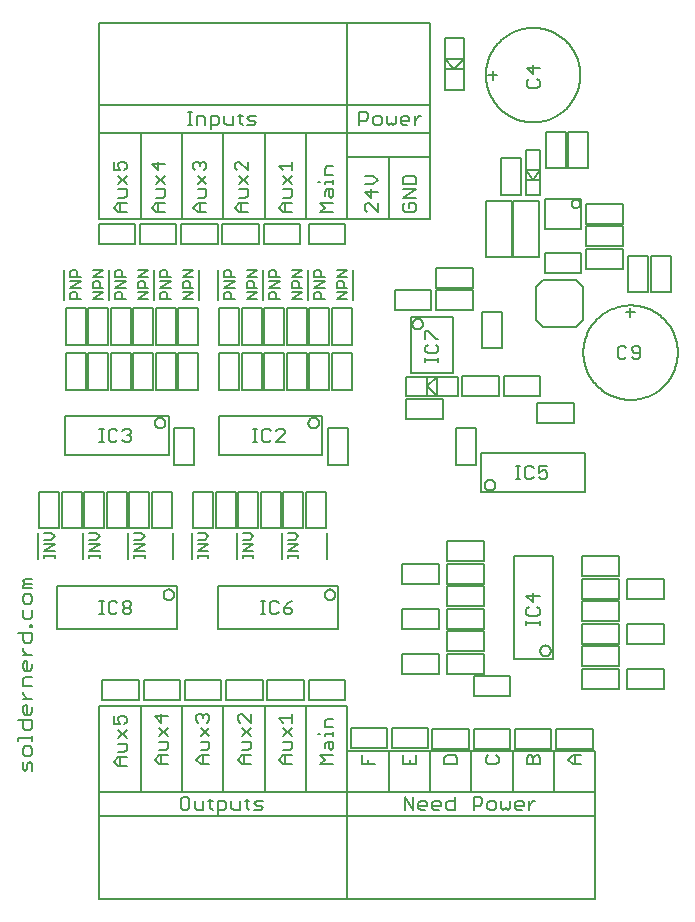
<source format=gto>
G75*
%MOIN*%
%OFA0B0*%
%FSLAX25Y25*%
%IPPOS*%
%LPD*%
%AMOC8*
5,1,8,0,0,1.08239X$1,22.5*
%
%ADD10C,0.00700*%
%ADD11C,0.00591*%
%ADD12C,0.00500*%
%ADD13C,0.00600*%
D10*
X0012017Y0045532D02*
X0011199Y0046349D01*
X0011199Y0048801D01*
X0012834Y0047984D02*
X0012834Y0046349D01*
X0012017Y0045532D01*
X0014469Y0045532D02*
X0014469Y0047984D01*
X0013651Y0048801D01*
X0012834Y0047984D01*
X0013651Y0050688D02*
X0014469Y0051506D01*
X0014469Y0053140D01*
X0013651Y0053958D01*
X0012017Y0053958D01*
X0011199Y0053140D01*
X0011199Y0051506D01*
X0012017Y0050688D01*
X0013651Y0050688D01*
X0014469Y0055845D02*
X0014469Y0057479D01*
X0014469Y0056662D02*
X0009565Y0056662D01*
X0009565Y0055845D01*
X0012017Y0059282D02*
X0011199Y0060100D01*
X0011199Y0062552D01*
X0009565Y0062552D02*
X0014469Y0062552D01*
X0014469Y0060100D01*
X0013651Y0059282D01*
X0012017Y0059282D01*
X0012017Y0064439D02*
X0011199Y0065256D01*
X0011199Y0066891D01*
X0012017Y0067708D01*
X0012834Y0067708D01*
X0012834Y0064439D01*
X0013651Y0064439D02*
X0012017Y0064439D01*
X0013651Y0064439D02*
X0014469Y0065256D01*
X0014469Y0066891D01*
X0014469Y0069595D02*
X0011199Y0069595D01*
X0011199Y0071230D02*
X0011199Y0072047D01*
X0011199Y0071230D02*
X0012834Y0069595D01*
X0014469Y0073892D02*
X0011199Y0073892D01*
X0011199Y0076344D01*
X0012017Y0077161D01*
X0014469Y0077161D01*
X0013651Y0079048D02*
X0012017Y0079048D01*
X0011199Y0079866D01*
X0011199Y0081500D01*
X0012017Y0082318D01*
X0012834Y0082318D01*
X0012834Y0079048D01*
X0013651Y0079048D02*
X0014469Y0079866D01*
X0014469Y0081500D01*
X0014469Y0084205D02*
X0011199Y0084205D01*
X0011199Y0085839D02*
X0011199Y0086657D01*
X0011199Y0085839D02*
X0012834Y0084205D01*
X0013651Y0088502D02*
X0012017Y0088502D01*
X0011199Y0089319D01*
X0011199Y0091771D01*
X0009565Y0091771D02*
X0014469Y0091771D01*
X0014469Y0089319D01*
X0013651Y0088502D01*
X0013651Y0093658D02*
X0013651Y0094476D01*
X0014469Y0094476D01*
X0014469Y0093658D01*
X0013651Y0093658D01*
X0013651Y0096236D02*
X0014469Y0097054D01*
X0014469Y0099506D01*
X0013651Y0101393D02*
X0014469Y0102210D01*
X0014469Y0103845D01*
X0013651Y0104662D01*
X0012017Y0104662D01*
X0011199Y0103845D01*
X0011199Y0102210D01*
X0012017Y0101393D01*
X0013651Y0101393D01*
X0011199Y0099506D02*
X0011199Y0097054D01*
X0012017Y0096236D01*
X0013651Y0096236D01*
X0014469Y0106549D02*
X0011199Y0106549D01*
X0011199Y0107366D01*
X0012017Y0108184D01*
X0011199Y0109001D01*
X0012017Y0109819D01*
X0014469Y0109819D01*
X0014469Y0108184D02*
X0012017Y0108184D01*
X0036855Y0102297D02*
X0038290Y0102297D01*
X0037572Y0102297D02*
X0037572Y0097994D01*
X0036855Y0097994D02*
X0038290Y0097994D01*
X0039924Y0098711D02*
X0040642Y0097994D01*
X0042076Y0097994D01*
X0042794Y0098711D01*
X0044528Y0098711D02*
X0044528Y0099428D01*
X0045246Y0100146D01*
X0046680Y0100146D01*
X0047397Y0099428D01*
X0047397Y0098711D01*
X0046680Y0097994D01*
X0045246Y0097994D01*
X0044528Y0098711D01*
X0045246Y0100146D02*
X0044528Y0100863D01*
X0044528Y0101580D01*
X0045246Y0102297D01*
X0046680Y0102297D01*
X0047397Y0101580D01*
X0047397Y0100863D01*
X0046680Y0100146D01*
X0042794Y0101580D02*
X0042076Y0102297D01*
X0040642Y0102297D01*
X0039924Y0101580D01*
X0039924Y0098711D01*
X0041563Y0064059D02*
X0041563Y0061190D01*
X0043715Y0061190D01*
X0042997Y0062625D01*
X0042997Y0063342D01*
X0043715Y0064059D01*
X0045149Y0064059D01*
X0045867Y0063342D01*
X0045867Y0061908D01*
X0045149Y0061190D01*
X0045867Y0059455D02*
X0042997Y0056586D01*
X0042997Y0054852D02*
X0045867Y0054852D01*
X0045867Y0052700D01*
X0045149Y0051982D01*
X0042997Y0051982D01*
X0042997Y0050248D02*
X0045867Y0050248D01*
X0043715Y0050248D02*
X0043715Y0047379D01*
X0042997Y0047379D02*
X0041563Y0048813D01*
X0042997Y0050248D01*
X0042997Y0047379D02*
X0045867Y0047379D01*
X0045867Y0056586D02*
X0042997Y0059455D01*
X0055342Y0063967D02*
X0057494Y0061815D01*
X0057494Y0064684D01*
X0059646Y0063967D02*
X0055342Y0063967D01*
X0056777Y0060080D02*
X0059646Y0057211D01*
X0059646Y0055477D02*
X0056777Y0055477D01*
X0056777Y0057211D02*
X0059646Y0060080D01*
X0059646Y0055477D02*
X0059646Y0053325D01*
X0058929Y0052607D01*
X0056777Y0052607D01*
X0056777Y0050873D02*
X0055342Y0049438D01*
X0056777Y0048004D01*
X0059646Y0048004D01*
X0057494Y0048004D02*
X0057494Y0050873D01*
X0056777Y0050873D02*
X0059646Y0050873D01*
X0069122Y0049438D02*
X0070556Y0050873D01*
X0073426Y0050873D01*
X0072708Y0052607D02*
X0073426Y0053325D01*
X0073426Y0055477D01*
X0070556Y0055477D01*
X0070556Y0057211D02*
X0073426Y0060080D01*
X0072708Y0061815D02*
X0073426Y0062533D01*
X0073426Y0063967D01*
X0072708Y0064684D01*
X0071991Y0064684D01*
X0071274Y0063967D01*
X0071274Y0063250D01*
X0071274Y0063967D02*
X0070556Y0064684D01*
X0069839Y0064684D01*
X0069122Y0063967D01*
X0069122Y0062533D01*
X0069839Y0061815D01*
X0070556Y0060080D02*
X0073426Y0057211D01*
X0072708Y0052607D02*
X0070556Y0052607D01*
X0071274Y0050873D02*
X0071274Y0048004D01*
X0070556Y0048004D02*
X0069122Y0049438D01*
X0070556Y0048004D02*
X0073426Y0048004D01*
X0082901Y0049438D02*
X0084336Y0048004D01*
X0087205Y0048004D01*
X0085053Y0048004D02*
X0085053Y0050873D01*
X0084336Y0050873D02*
X0087205Y0050873D01*
X0086488Y0052607D02*
X0084336Y0052607D01*
X0084336Y0050873D02*
X0082901Y0049438D01*
X0086488Y0052607D02*
X0087205Y0053325D01*
X0087205Y0055477D01*
X0084336Y0055477D01*
X0084336Y0057211D02*
X0087205Y0060080D01*
X0087205Y0061815D02*
X0084336Y0064684D01*
X0083619Y0064684D01*
X0082901Y0063967D01*
X0082901Y0062533D01*
X0083619Y0061815D01*
X0084336Y0060080D02*
X0087205Y0057211D01*
X0087205Y0061815D02*
X0087205Y0064684D01*
X0096681Y0063250D02*
X0100985Y0063250D01*
X0100985Y0064684D02*
X0100985Y0061815D01*
X0100985Y0060080D02*
X0098116Y0057211D01*
X0098116Y0055477D02*
X0100985Y0055477D01*
X0100985Y0053325D01*
X0100267Y0052607D01*
X0098116Y0052607D01*
X0098116Y0050873D02*
X0096681Y0049438D01*
X0098116Y0048004D01*
X0100985Y0048004D01*
X0098833Y0048004D02*
X0098833Y0050873D01*
X0098116Y0050873D02*
X0100985Y0050873D01*
X0100985Y0057211D02*
X0098116Y0060080D01*
X0098116Y0061815D02*
X0096681Y0063250D01*
X0109743Y0057929D02*
X0110461Y0057929D01*
X0111895Y0057929D02*
X0114764Y0057929D01*
X0114764Y0058646D02*
X0114764Y0057211D01*
X0114764Y0055477D02*
X0114764Y0053325D01*
X0114047Y0052607D01*
X0113330Y0053325D01*
X0113330Y0055477D01*
X0112612Y0055477D02*
X0114764Y0055477D01*
X0112612Y0055477D02*
X0111895Y0054759D01*
X0111895Y0053325D01*
X0110461Y0050873D02*
X0114764Y0050873D01*
X0114764Y0048004D02*
X0110461Y0048004D01*
X0111895Y0049438D01*
X0110461Y0050873D01*
X0111895Y0057211D02*
X0111895Y0057929D01*
X0111895Y0060281D02*
X0111895Y0062433D01*
X0112612Y0063150D01*
X0114764Y0063150D01*
X0114764Y0060281D02*
X0111895Y0060281D01*
X0124240Y0050863D02*
X0124240Y0047994D01*
X0128544Y0047994D01*
X0126392Y0047994D02*
X0126392Y0049428D01*
X0138049Y0048004D02*
X0142353Y0048004D01*
X0142353Y0050873D01*
X0140201Y0049438D02*
X0140201Y0048004D01*
X0138049Y0048004D02*
X0138049Y0050873D01*
X0151829Y0050155D02*
X0151829Y0048004D01*
X0156132Y0048004D01*
X0156132Y0050155D01*
X0155415Y0050873D01*
X0152546Y0050873D01*
X0151829Y0050155D01*
X0155237Y0037012D02*
X0155237Y0032708D01*
X0153086Y0032708D01*
X0152368Y0033426D01*
X0152368Y0034860D01*
X0153086Y0035577D01*
X0155237Y0035577D01*
X0150633Y0034860D02*
X0150633Y0034143D01*
X0147764Y0034143D01*
X0147764Y0033426D02*
X0147764Y0034860D01*
X0148482Y0035577D01*
X0149916Y0035577D01*
X0150633Y0034860D01*
X0149916Y0032708D02*
X0148482Y0032708D01*
X0147764Y0033426D01*
X0146030Y0034143D02*
X0146030Y0034860D01*
X0145312Y0035577D01*
X0143878Y0035577D01*
X0143160Y0034860D01*
X0143160Y0033426D01*
X0143878Y0032708D01*
X0145312Y0032708D01*
X0146030Y0034143D02*
X0143160Y0034143D01*
X0141426Y0032708D02*
X0141426Y0037012D01*
X0138557Y0037012D02*
X0138557Y0032708D01*
X0141426Y0032708D02*
X0138557Y0037012D01*
X0161576Y0037012D02*
X0161576Y0032708D01*
X0161576Y0034143D02*
X0163728Y0034143D01*
X0164445Y0034860D01*
X0164445Y0036295D01*
X0163728Y0037012D01*
X0161576Y0037012D01*
X0166180Y0034860D02*
X0166180Y0033426D01*
X0166897Y0032708D01*
X0168332Y0032708D01*
X0169049Y0033426D01*
X0169049Y0034860D01*
X0168332Y0035577D01*
X0166897Y0035577D01*
X0166180Y0034860D01*
X0170784Y0035577D02*
X0170784Y0033426D01*
X0171501Y0032708D01*
X0172219Y0033426D01*
X0172936Y0032708D01*
X0173653Y0033426D01*
X0173653Y0035577D01*
X0175388Y0034860D02*
X0176105Y0035577D01*
X0177540Y0035577D01*
X0178257Y0034860D01*
X0178257Y0034143D01*
X0175388Y0034143D01*
X0175388Y0033426D02*
X0175388Y0034860D01*
X0175388Y0033426D02*
X0176105Y0032708D01*
X0177540Y0032708D01*
X0179992Y0032708D02*
X0179992Y0035577D01*
X0179992Y0034143D02*
X0181426Y0035577D01*
X0182144Y0035577D01*
X0181510Y0048004D02*
X0181510Y0050155D01*
X0182227Y0050873D01*
X0182945Y0050873D01*
X0183662Y0050155D01*
X0183662Y0048004D01*
X0179358Y0048004D01*
X0179358Y0050155D01*
X0180075Y0050873D01*
X0180793Y0050873D01*
X0181510Y0050155D01*
X0169882Y0050155D02*
X0169165Y0050873D01*
X0169882Y0050155D02*
X0169882Y0048721D01*
X0169165Y0048004D01*
X0166296Y0048004D01*
X0165579Y0048721D01*
X0165579Y0050155D01*
X0166296Y0050873D01*
X0193138Y0049438D02*
X0194572Y0050873D01*
X0197441Y0050873D01*
X0195290Y0050873D02*
X0195290Y0048004D01*
X0194572Y0048004D02*
X0193138Y0049438D01*
X0194572Y0048004D02*
X0197441Y0048004D01*
X0101147Y0098711D02*
X0101147Y0099428D01*
X0100430Y0100146D01*
X0098278Y0100146D01*
X0098278Y0098711D01*
X0098996Y0097994D01*
X0100430Y0097994D01*
X0101147Y0098711D01*
X0099713Y0101580D02*
X0098278Y0100146D01*
X0099713Y0101580D02*
X0101147Y0102297D01*
X0096544Y0101580D02*
X0095826Y0102297D01*
X0094392Y0102297D01*
X0093674Y0101580D01*
X0093674Y0098711D01*
X0094392Y0097994D01*
X0095826Y0097994D01*
X0096544Y0098711D01*
X0092040Y0097994D02*
X0090605Y0097994D01*
X0091322Y0097994D02*
X0091322Y0102297D01*
X0090605Y0102297D02*
X0092040Y0102297D01*
X0086138Y0036295D02*
X0086138Y0033426D01*
X0086856Y0032708D01*
X0088490Y0032708D02*
X0090642Y0032708D01*
X0091360Y0033426D01*
X0090642Y0034143D01*
X0089208Y0034143D01*
X0088490Y0034860D01*
X0089208Y0035577D01*
X0091360Y0035577D01*
X0086856Y0035577D02*
X0085421Y0035577D01*
X0083686Y0035577D02*
X0083686Y0032708D01*
X0081535Y0032708D01*
X0080817Y0033426D01*
X0080817Y0035577D01*
X0079082Y0034860D02*
X0079082Y0033426D01*
X0078365Y0032708D01*
X0076213Y0032708D01*
X0076213Y0031274D02*
X0076213Y0035577D01*
X0078365Y0035577D01*
X0079082Y0034860D01*
X0074579Y0035577D02*
X0073144Y0035577D01*
X0073861Y0036295D02*
X0073861Y0033426D01*
X0074579Y0032708D01*
X0071409Y0032708D02*
X0071409Y0035577D01*
X0071409Y0032708D02*
X0069257Y0032708D01*
X0068540Y0033426D01*
X0068540Y0035577D01*
X0066805Y0036295D02*
X0066805Y0033426D01*
X0066088Y0032708D01*
X0064654Y0032708D01*
X0063936Y0033426D01*
X0063936Y0036295D01*
X0064654Y0037012D01*
X0066088Y0037012D01*
X0066805Y0036295D01*
X0145490Y0181855D02*
X0145490Y0183290D01*
X0145490Y0182572D02*
X0149794Y0182572D01*
X0149794Y0181855D02*
X0149794Y0183290D01*
X0149076Y0184924D02*
X0149794Y0185642D01*
X0149794Y0187076D01*
X0149076Y0187794D01*
X0149076Y0189528D02*
X0146207Y0192397D01*
X0145490Y0192397D01*
X0145490Y0189528D01*
X0146207Y0187794D02*
X0145490Y0187076D01*
X0145490Y0185642D01*
X0146207Y0184924D01*
X0149076Y0184924D01*
X0149076Y0189528D02*
X0149794Y0189528D01*
X0141606Y0232059D02*
X0138737Y0232059D01*
X0138020Y0232776D01*
X0138020Y0234210D01*
X0138737Y0234928D01*
X0140171Y0234928D02*
X0140171Y0233493D01*
X0140171Y0234928D02*
X0141606Y0234928D01*
X0142323Y0234210D01*
X0142323Y0232776D01*
X0141606Y0232059D01*
X0142323Y0236663D02*
X0138020Y0236663D01*
X0142323Y0239532D01*
X0138020Y0239532D01*
X0138020Y0241267D02*
X0138020Y0243418D01*
X0138737Y0244136D01*
X0141606Y0244136D01*
X0142323Y0243418D01*
X0142323Y0241267D01*
X0138020Y0241267D01*
X0129528Y0242701D02*
X0128093Y0244136D01*
X0125224Y0244136D01*
X0125224Y0241267D02*
X0128093Y0241267D01*
X0129528Y0242701D01*
X0127376Y0239532D02*
X0127376Y0236663D01*
X0125224Y0238814D01*
X0129528Y0238814D01*
X0129528Y0234928D02*
X0129528Y0232059D01*
X0126659Y0234928D01*
X0125942Y0234928D01*
X0125224Y0234210D01*
X0125224Y0232776D01*
X0125942Y0232059D01*
X0114764Y0232059D02*
X0110461Y0232059D01*
X0111895Y0233493D01*
X0110461Y0234928D01*
X0114764Y0234928D01*
X0114047Y0236663D02*
X0114764Y0237380D01*
X0114764Y0239532D01*
X0112612Y0239532D01*
X0111895Y0238814D01*
X0111895Y0237380D01*
X0113330Y0237380D02*
X0113330Y0239532D01*
X0113330Y0237380D02*
X0114047Y0236663D01*
X0114764Y0241267D02*
X0114764Y0242701D01*
X0114764Y0241984D02*
X0111895Y0241984D01*
X0111895Y0241267D01*
X0110461Y0241984D02*
X0109743Y0241984D01*
X0111895Y0244336D02*
X0111895Y0246488D01*
X0112612Y0247205D01*
X0114764Y0247205D01*
X0114764Y0244336D02*
X0111895Y0244336D01*
X0100985Y0244136D02*
X0098116Y0241267D01*
X0098116Y0239532D02*
X0100985Y0239532D01*
X0100985Y0237380D01*
X0100267Y0236663D01*
X0098116Y0236663D01*
X0098116Y0234928D02*
X0100985Y0234928D01*
X0098833Y0234928D02*
X0098833Y0232059D01*
X0098116Y0232059D02*
X0096681Y0233493D01*
X0098116Y0234928D01*
X0098116Y0232059D02*
X0100985Y0232059D01*
X0100985Y0241267D02*
X0098116Y0244136D01*
X0098116Y0245870D02*
X0096681Y0247305D01*
X0100985Y0247305D01*
X0100985Y0245870D02*
X0100985Y0248740D01*
X0088340Y0261055D02*
X0089058Y0261772D01*
X0088340Y0262489D01*
X0086906Y0262489D01*
X0086189Y0263207D01*
X0086906Y0263924D01*
X0089058Y0263924D01*
X0088340Y0261055D02*
X0086189Y0261055D01*
X0084554Y0261055D02*
X0083837Y0261772D01*
X0083837Y0264641D01*
X0084554Y0263924D02*
X0083119Y0263924D01*
X0081384Y0263924D02*
X0081384Y0261055D01*
X0079233Y0261055D01*
X0078515Y0261772D01*
X0078515Y0263924D01*
X0076780Y0263207D02*
X0076780Y0261772D01*
X0076063Y0261055D01*
X0073911Y0261055D01*
X0073911Y0259620D02*
X0073911Y0263924D01*
X0076063Y0263924D01*
X0076780Y0263207D01*
X0072177Y0263207D02*
X0072177Y0261055D01*
X0072177Y0263207D02*
X0071459Y0263924D01*
X0069307Y0263924D01*
X0069307Y0261055D01*
X0067673Y0261055D02*
X0066238Y0261055D01*
X0066955Y0261055D02*
X0066955Y0265358D01*
X0066238Y0265358D02*
X0067673Y0265358D01*
X0068855Y0248740D02*
X0069572Y0248740D01*
X0070290Y0248022D01*
X0071007Y0248740D01*
X0071724Y0248740D01*
X0072441Y0248022D01*
X0072441Y0246588D01*
X0071724Y0245870D01*
X0072441Y0244136D02*
X0069572Y0241267D01*
X0069572Y0239532D02*
X0072441Y0239532D01*
X0072441Y0237380D01*
X0071724Y0236663D01*
X0069572Y0236663D01*
X0069572Y0234928D02*
X0072441Y0234928D01*
X0070290Y0234928D02*
X0070290Y0232059D01*
X0069572Y0232059D02*
X0068138Y0233493D01*
X0069572Y0234928D01*
X0069572Y0232059D02*
X0072441Y0232059D01*
X0072441Y0241267D02*
X0069572Y0244136D01*
X0068855Y0245870D02*
X0068138Y0246588D01*
X0068138Y0248022D01*
X0068855Y0248740D01*
X0070290Y0248022D02*
X0070290Y0247305D01*
X0058662Y0248022D02*
X0054358Y0248022D01*
X0056510Y0245870D01*
X0056510Y0248740D01*
X0055793Y0244136D02*
X0058662Y0241267D01*
X0058662Y0239532D02*
X0055793Y0239532D01*
X0055793Y0241267D02*
X0058662Y0244136D01*
X0058662Y0239532D02*
X0058662Y0237380D01*
X0057945Y0236663D01*
X0055793Y0236663D01*
X0055793Y0234928D02*
X0058662Y0234928D01*
X0056510Y0234928D02*
X0056510Y0232059D01*
X0055793Y0232059D02*
X0054358Y0233493D01*
X0055793Y0234928D01*
X0055793Y0232059D02*
X0058662Y0232059D01*
X0045867Y0232059D02*
X0042997Y0232059D01*
X0041563Y0233493D01*
X0042997Y0234928D01*
X0045867Y0234928D01*
X0045149Y0236663D02*
X0045867Y0237380D01*
X0045867Y0239532D01*
X0042997Y0239532D01*
X0042997Y0241267D02*
X0045867Y0244136D01*
X0045149Y0245870D02*
X0045867Y0246588D01*
X0045867Y0248022D01*
X0045149Y0248740D01*
X0043715Y0248740D01*
X0042997Y0248022D01*
X0042997Y0247305D01*
X0043715Y0245870D01*
X0041563Y0245870D01*
X0041563Y0248740D01*
X0042997Y0244136D02*
X0045867Y0241267D01*
X0045149Y0236663D02*
X0042997Y0236663D01*
X0043715Y0234928D02*
X0043715Y0232059D01*
X0081917Y0233493D02*
X0083352Y0234928D01*
X0086221Y0234928D01*
X0085504Y0236663D02*
X0086221Y0237380D01*
X0086221Y0239532D01*
X0083352Y0239532D01*
X0083352Y0241267D02*
X0086221Y0244136D01*
X0086221Y0245870D02*
X0083352Y0248740D01*
X0082634Y0248740D01*
X0081917Y0248022D01*
X0081917Y0246588D01*
X0082634Y0245870D01*
X0083352Y0244136D02*
X0086221Y0241267D01*
X0086221Y0245870D02*
X0086221Y0248740D01*
X0085504Y0236663D02*
X0083352Y0236663D01*
X0084069Y0234928D02*
X0084069Y0232059D01*
X0083352Y0232059D02*
X0081917Y0233493D01*
X0083352Y0232059D02*
X0086221Y0232059D01*
X0123492Y0261055D02*
X0123492Y0265358D01*
X0125643Y0265358D01*
X0126361Y0264641D01*
X0126361Y0263207D01*
X0125643Y0262489D01*
X0123492Y0262489D01*
X0128095Y0261772D02*
X0128813Y0261055D01*
X0130247Y0261055D01*
X0130965Y0261772D01*
X0130965Y0263207D01*
X0130247Y0263924D01*
X0128813Y0263924D01*
X0128095Y0263207D01*
X0128095Y0261772D01*
X0132699Y0261772D02*
X0133417Y0261055D01*
X0134134Y0261772D01*
X0134851Y0261055D01*
X0135569Y0261772D01*
X0135569Y0263924D01*
X0137303Y0263207D02*
X0138021Y0263924D01*
X0139455Y0263924D01*
X0140172Y0263207D01*
X0140172Y0262489D01*
X0137303Y0262489D01*
X0137303Y0261772D02*
X0137303Y0263207D01*
X0137303Y0261772D02*
X0138021Y0261055D01*
X0139455Y0261055D01*
X0141907Y0261055D02*
X0141907Y0263924D01*
X0141907Y0262489D02*
X0143342Y0263924D01*
X0144059Y0263924D01*
X0132699Y0263924D02*
X0132699Y0261772D01*
X0179240Y0274107D02*
X0179957Y0273390D01*
X0182826Y0273390D01*
X0183544Y0274107D01*
X0183544Y0275542D01*
X0182826Y0276259D01*
X0181392Y0277994D02*
X0181392Y0280863D01*
X0183544Y0280146D02*
X0179240Y0280146D01*
X0181392Y0277994D01*
X0179957Y0276259D02*
X0179240Y0275542D01*
X0179240Y0274107D01*
X0210357Y0187297D02*
X0209640Y0186580D01*
X0209640Y0183711D01*
X0210357Y0182994D01*
X0211792Y0182994D01*
X0212509Y0183711D01*
X0214244Y0183711D02*
X0214961Y0182994D01*
X0216396Y0182994D01*
X0217113Y0183711D01*
X0217113Y0186580D01*
X0216396Y0187297D01*
X0214961Y0187297D01*
X0214244Y0186580D01*
X0214244Y0185863D01*
X0214961Y0185146D01*
X0217113Y0185146D01*
X0212509Y0186580D02*
X0211792Y0187297D01*
X0210357Y0187297D01*
D11*
X0036827Y0030528D02*
X0036827Y0002969D01*
X0119504Y0002969D01*
X0119504Y0030528D01*
X0036827Y0030528D01*
X0036827Y0028953D02*
X0036827Y0038795D01*
X0036827Y0067339D01*
X0050606Y0067339D01*
X0050606Y0038795D01*
X0064386Y0038795D01*
X0064386Y0067339D01*
X0078165Y0067339D01*
X0078165Y0038795D01*
X0091945Y0038795D01*
X0091945Y0067339D01*
X0078165Y0067339D01*
X0077496Y0069297D02*
X0077496Y0075990D01*
X0065291Y0075990D01*
X0065291Y0069297D01*
X0077496Y0069297D01*
X0079041Y0069297D02*
X0091246Y0069297D01*
X0091246Y0075990D01*
X0079041Y0075990D01*
X0079041Y0069297D01*
X0091945Y0067339D02*
X0105724Y0067339D01*
X0105724Y0038795D01*
X0119504Y0038795D01*
X0119504Y0029937D01*
X0119504Y0030528D02*
X0119504Y0002969D01*
X0202181Y0002969D01*
X0202181Y0030528D01*
X0119504Y0030528D01*
X0119504Y0038795D02*
X0119504Y0052309D01*
X0133283Y0052309D01*
X0133283Y0038795D01*
X0147063Y0038795D01*
X0147063Y0052309D01*
X0133283Y0052309D01*
X0132762Y0053234D02*
X0132762Y0059927D01*
X0120557Y0059927D01*
X0120557Y0053234D01*
X0132762Y0053234D01*
X0134307Y0053234D02*
X0134307Y0059927D01*
X0146512Y0059927D01*
X0146512Y0053234D01*
X0134307Y0053234D01*
X0133283Y0038795D02*
X0119504Y0038795D01*
X0119504Y0052309D02*
X0119504Y0067339D01*
X0105724Y0067339D01*
X0104996Y0069297D02*
X0104996Y0075990D01*
X0092791Y0075990D01*
X0092791Y0069297D01*
X0104996Y0069297D01*
X0106541Y0069297D02*
X0118746Y0069297D01*
X0118746Y0075990D01*
X0106541Y0075990D01*
X0106541Y0069297D01*
X0116472Y0093057D02*
X0116472Y0107230D01*
X0076315Y0107230D01*
X0076315Y0093057D01*
X0116472Y0093057D01*
X0111949Y0104474D02*
X0111951Y0104557D01*
X0111957Y0104641D01*
X0111967Y0104724D01*
X0111980Y0104806D01*
X0111998Y0104888D01*
X0112020Y0104968D01*
X0112045Y0105048D01*
X0112074Y0105126D01*
X0112106Y0105203D01*
X0112143Y0105279D01*
X0112182Y0105352D01*
X0112226Y0105423D01*
X0112272Y0105493D01*
X0112322Y0105560D01*
X0112375Y0105625D01*
X0112430Y0105687D01*
X0112489Y0105746D01*
X0112551Y0105803D01*
X0112615Y0105856D01*
X0112681Y0105907D01*
X0112750Y0105954D01*
X0112821Y0105998D01*
X0112894Y0106039D01*
X0112969Y0106076D01*
X0113045Y0106109D01*
X0113123Y0106139D01*
X0113203Y0106165D01*
X0113283Y0106188D01*
X0113364Y0106206D01*
X0113447Y0106221D01*
X0113529Y0106232D01*
X0113613Y0106239D01*
X0113696Y0106242D01*
X0113780Y0106241D01*
X0113863Y0106236D01*
X0113946Y0106227D01*
X0114029Y0106214D01*
X0114110Y0106198D01*
X0114191Y0106177D01*
X0114271Y0106153D01*
X0114350Y0106125D01*
X0114427Y0106093D01*
X0114503Y0106058D01*
X0114577Y0106019D01*
X0114649Y0105977D01*
X0114719Y0105931D01*
X0114786Y0105882D01*
X0114852Y0105830D01*
X0114914Y0105775D01*
X0114975Y0105717D01*
X0115032Y0105656D01*
X0115086Y0105593D01*
X0115137Y0105527D01*
X0115186Y0105458D01*
X0115230Y0105388D01*
X0115272Y0105315D01*
X0115310Y0105241D01*
X0115344Y0105165D01*
X0115375Y0105087D01*
X0115402Y0105008D01*
X0115426Y0104928D01*
X0115445Y0104847D01*
X0115461Y0104765D01*
X0115473Y0104682D01*
X0115481Y0104599D01*
X0115485Y0104516D01*
X0115485Y0104432D01*
X0115481Y0104349D01*
X0115473Y0104266D01*
X0115461Y0104183D01*
X0115445Y0104101D01*
X0115426Y0104020D01*
X0115402Y0103940D01*
X0115375Y0103861D01*
X0115344Y0103783D01*
X0115310Y0103707D01*
X0115272Y0103633D01*
X0115230Y0103560D01*
X0115186Y0103490D01*
X0115137Y0103421D01*
X0115086Y0103355D01*
X0115032Y0103292D01*
X0114975Y0103231D01*
X0114914Y0103173D01*
X0114852Y0103118D01*
X0114786Y0103066D01*
X0114719Y0103017D01*
X0114649Y0102971D01*
X0114577Y0102929D01*
X0114503Y0102890D01*
X0114427Y0102855D01*
X0114350Y0102823D01*
X0114271Y0102795D01*
X0114191Y0102771D01*
X0114110Y0102750D01*
X0114029Y0102734D01*
X0113946Y0102721D01*
X0113863Y0102712D01*
X0113780Y0102707D01*
X0113696Y0102706D01*
X0113613Y0102709D01*
X0113529Y0102716D01*
X0113447Y0102727D01*
X0113364Y0102742D01*
X0113283Y0102760D01*
X0113203Y0102783D01*
X0113123Y0102809D01*
X0113045Y0102839D01*
X0112969Y0102872D01*
X0112894Y0102909D01*
X0112821Y0102950D01*
X0112750Y0102994D01*
X0112681Y0103041D01*
X0112615Y0103092D01*
X0112551Y0103145D01*
X0112489Y0103202D01*
X0112430Y0103261D01*
X0112375Y0103323D01*
X0112322Y0103388D01*
X0112272Y0103455D01*
X0112226Y0103525D01*
X0112182Y0103596D01*
X0112143Y0103669D01*
X0112106Y0103745D01*
X0112074Y0103822D01*
X0112045Y0103900D01*
X0112020Y0103980D01*
X0111998Y0104060D01*
X0111980Y0104142D01*
X0111967Y0104224D01*
X0111957Y0104307D01*
X0111951Y0104391D01*
X0111949Y0104474D01*
X0112644Y0116394D02*
X0112644Y0125144D01*
X0112240Y0126541D02*
X0105547Y0126541D01*
X0105547Y0138746D01*
X0112240Y0138746D01*
X0112240Y0126541D01*
X0104740Y0126541D02*
X0098047Y0126541D01*
X0098047Y0138746D01*
X0104740Y0138746D01*
X0104740Y0126541D01*
X0097644Y0125144D02*
X0097644Y0116394D01*
X0097240Y0126541D02*
X0090547Y0126541D01*
X0090547Y0138746D01*
X0097240Y0138746D01*
X0097240Y0126541D01*
X0089740Y0126541D02*
X0083047Y0126541D01*
X0083047Y0138746D01*
X0089740Y0138746D01*
X0089740Y0126541D01*
X0082644Y0125144D02*
X0082644Y0116394D01*
X0082240Y0126541D02*
X0075547Y0126541D01*
X0075547Y0138746D01*
X0082240Y0138746D01*
X0082240Y0126541D01*
X0074740Y0126541D02*
X0068047Y0126541D01*
X0068047Y0138746D01*
X0074740Y0138746D01*
X0074740Y0126541D01*
X0067644Y0125144D02*
X0067644Y0116394D01*
X0062722Y0107230D02*
X0062722Y0093057D01*
X0022565Y0093057D01*
X0022565Y0107230D01*
X0062722Y0107230D01*
X0058199Y0104474D02*
X0058201Y0104557D01*
X0058207Y0104641D01*
X0058217Y0104724D01*
X0058230Y0104806D01*
X0058248Y0104888D01*
X0058270Y0104968D01*
X0058295Y0105048D01*
X0058324Y0105126D01*
X0058356Y0105203D01*
X0058393Y0105279D01*
X0058432Y0105352D01*
X0058476Y0105423D01*
X0058522Y0105493D01*
X0058572Y0105560D01*
X0058625Y0105625D01*
X0058680Y0105687D01*
X0058739Y0105746D01*
X0058801Y0105803D01*
X0058865Y0105856D01*
X0058931Y0105907D01*
X0059000Y0105954D01*
X0059071Y0105998D01*
X0059144Y0106039D01*
X0059219Y0106076D01*
X0059295Y0106109D01*
X0059373Y0106139D01*
X0059453Y0106165D01*
X0059533Y0106188D01*
X0059614Y0106206D01*
X0059697Y0106221D01*
X0059779Y0106232D01*
X0059863Y0106239D01*
X0059946Y0106242D01*
X0060030Y0106241D01*
X0060113Y0106236D01*
X0060196Y0106227D01*
X0060279Y0106214D01*
X0060360Y0106198D01*
X0060441Y0106177D01*
X0060521Y0106153D01*
X0060600Y0106125D01*
X0060677Y0106093D01*
X0060753Y0106058D01*
X0060827Y0106019D01*
X0060899Y0105977D01*
X0060969Y0105931D01*
X0061036Y0105882D01*
X0061102Y0105830D01*
X0061164Y0105775D01*
X0061225Y0105717D01*
X0061282Y0105656D01*
X0061336Y0105593D01*
X0061387Y0105527D01*
X0061436Y0105458D01*
X0061480Y0105388D01*
X0061522Y0105315D01*
X0061560Y0105241D01*
X0061594Y0105165D01*
X0061625Y0105087D01*
X0061652Y0105008D01*
X0061676Y0104928D01*
X0061695Y0104847D01*
X0061711Y0104765D01*
X0061723Y0104682D01*
X0061731Y0104599D01*
X0061735Y0104516D01*
X0061735Y0104432D01*
X0061731Y0104349D01*
X0061723Y0104266D01*
X0061711Y0104183D01*
X0061695Y0104101D01*
X0061676Y0104020D01*
X0061652Y0103940D01*
X0061625Y0103861D01*
X0061594Y0103783D01*
X0061560Y0103707D01*
X0061522Y0103633D01*
X0061480Y0103560D01*
X0061436Y0103490D01*
X0061387Y0103421D01*
X0061336Y0103355D01*
X0061282Y0103292D01*
X0061225Y0103231D01*
X0061164Y0103173D01*
X0061102Y0103118D01*
X0061036Y0103066D01*
X0060969Y0103017D01*
X0060899Y0102971D01*
X0060827Y0102929D01*
X0060753Y0102890D01*
X0060677Y0102855D01*
X0060600Y0102823D01*
X0060521Y0102795D01*
X0060441Y0102771D01*
X0060360Y0102750D01*
X0060279Y0102734D01*
X0060196Y0102721D01*
X0060113Y0102712D01*
X0060030Y0102707D01*
X0059946Y0102706D01*
X0059863Y0102709D01*
X0059779Y0102716D01*
X0059697Y0102727D01*
X0059614Y0102742D01*
X0059533Y0102760D01*
X0059453Y0102783D01*
X0059373Y0102809D01*
X0059295Y0102839D01*
X0059219Y0102872D01*
X0059144Y0102909D01*
X0059071Y0102950D01*
X0059000Y0102994D01*
X0058931Y0103041D01*
X0058865Y0103092D01*
X0058801Y0103145D01*
X0058739Y0103202D01*
X0058680Y0103261D01*
X0058625Y0103323D01*
X0058572Y0103388D01*
X0058522Y0103455D01*
X0058476Y0103525D01*
X0058432Y0103596D01*
X0058393Y0103669D01*
X0058356Y0103745D01*
X0058324Y0103822D01*
X0058295Y0103900D01*
X0058270Y0103980D01*
X0058248Y0104060D01*
X0058230Y0104142D01*
X0058217Y0104224D01*
X0058207Y0104307D01*
X0058201Y0104391D01*
X0058199Y0104474D01*
X0061394Y0116394D02*
X0061394Y0125144D01*
X0060990Y0126541D02*
X0054297Y0126541D01*
X0054297Y0138746D01*
X0060990Y0138746D01*
X0060990Y0126541D01*
X0053490Y0126541D02*
X0046797Y0126541D01*
X0046797Y0138746D01*
X0053490Y0138746D01*
X0053490Y0126541D01*
X0046394Y0125144D02*
X0046394Y0116394D01*
X0045990Y0126541D02*
X0039297Y0126541D01*
X0039297Y0138746D01*
X0045990Y0138746D01*
X0045990Y0126541D01*
X0038490Y0126541D02*
X0031797Y0126541D01*
X0031797Y0138746D01*
X0038490Y0138746D01*
X0038490Y0126541D01*
X0031394Y0125144D02*
X0031394Y0116394D01*
X0030990Y0126541D02*
X0024297Y0126541D01*
X0024297Y0138746D01*
X0030990Y0138746D01*
X0030990Y0126541D01*
X0023490Y0126541D02*
X0016797Y0126541D01*
X0016797Y0138746D01*
X0023490Y0138746D01*
X0023490Y0126541D01*
X0016394Y0125144D02*
X0016394Y0116394D01*
X0025419Y0151148D02*
X0025419Y0164140D01*
X0059868Y0164140D01*
X0059868Y0151148D01*
X0025419Y0151148D01*
X0025547Y0172791D02*
X0032240Y0172791D01*
X0032240Y0184996D01*
X0025547Y0184996D01*
X0025547Y0172791D01*
X0033047Y0172791D02*
X0033047Y0184996D01*
X0039740Y0184996D01*
X0039740Y0172791D01*
X0033047Y0172791D01*
X0040547Y0172791D02*
X0047240Y0172791D01*
X0047240Y0184996D01*
X0040547Y0184996D01*
X0040547Y0172791D01*
X0048047Y0172791D02*
X0048047Y0184996D01*
X0054740Y0184996D01*
X0054740Y0172791D01*
X0048047Y0172791D01*
X0055547Y0172791D02*
X0062240Y0172791D01*
X0062240Y0184996D01*
X0055547Y0184996D01*
X0055547Y0172791D01*
X0063047Y0172791D02*
X0063047Y0184996D01*
X0069740Y0184996D01*
X0069740Y0172791D01*
X0063047Y0172791D01*
X0055251Y0161758D02*
X0055253Y0161841D01*
X0055259Y0161925D01*
X0055269Y0162008D01*
X0055282Y0162090D01*
X0055300Y0162172D01*
X0055322Y0162252D01*
X0055347Y0162332D01*
X0055376Y0162410D01*
X0055408Y0162487D01*
X0055445Y0162563D01*
X0055484Y0162636D01*
X0055528Y0162707D01*
X0055574Y0162777D01*
X0055624Y0162844D01*
X0055677Y0162909D01*
X0055732Y0162971D01*
X0055791Y0163030D01*
X0055853Y0163087D01*
X0055917Y0163140D01*
X0055983Y0163191D01*
X0056052Y0163238D01*
X0056123Y0163282D01*
X0056196Y0163323D01*
X0056271Y0163360D01*
X0056347Y0163393D01*
X0056425Y0163423D01*
X0056505Y0163449D01*
X0056585Y0163472D01*
X0056666Y0163490D01*
X0056749Y0163505D01*
X0056831Y0163516D01*
X0056915Y0163523D01*
X0056998Y0163526D01*
X0057082Y0163525D01*
X0057165Y0163520D01*
X0057248Y0163511D01*
X0057331Y0163498D01*
X0057412Y0163482D01*
X0057493Y0163461D01*
X0057573Y0163437D01*
X0057652Y0163409D01*
X0057729Y0163377D01*
X0057805Y0163342D01*
X0057879Y0163303D01*
X0057951Y0163261D01*
X0058021Y0163215D01*
X0058088Y0163166D01*
X0058154Y0163114D01*
X0058216Y0163059D01*
X0058277Y0163001D01*
X0058334Y0162940D01*
X0058388Y0162877D01*
X0058439Y0162811D01*
X0058488Y0162742D01*
X0058532Y0162672D01*
X0058574Y0162599D01*
X0058612Y0162525D01*
X0058646Y0162449D01*
X0058677Y0162371D01*
X0058704Y0162292D01*
X0058728Y0162212D01*
X0058747Y0162131D01*
X0058763Y0162049D01*
X0058775Y0161966D01*
X0058783Y0161883D01*
X0058787Y0161800D01*
X0058787Y0161716D01*
X0058783Y0161633D01*
X0058775Y0161550D01*
X0058763Y0161467D01*
X0058747Y0161385D01*
X0058728Y0161304D01*
X0058704Y0161224D01*
X0058677Y0161145D01*
X0058646Y0161067D01*
X0058612Y0160991D01*
X0058574Y0160917D01*
X0058532Y0160844D01*
X0058488Y0160774D01*
X0058439Y0160705D01*
X0058388Y0160639D01*
X0058334Y0160576D01*
X0058277Y0160515D01*
X0058216Y0160457D01*
X0058154Y0160402D01*
X0058088Y0160350D01*
X0058021Y0160301D01*
X0057951Y0160255D01*
X0057879Y0160213D01*
X0057805Y0160174D01*
X0057729Y0160139D01*
X0057652Y0160107D01*
X0057573Y0160079D01*
X0057493Y0160055D01*
X0057412Y0160034D01*
X0057331Y0160018D01*
X0057248Y0160005D01*
X0057165Y0159996D01*
X0057082Y0159991D01*
X0056998Y0159990D01*
X0056915Y0159993D01*
X0056831Y0160000D01*
X0056749Y0160011D01*
X0056666Y0160026D01*
X0056585Y0160044D01*
X0056505Y0160067D01*
X0056425Y0160093D01*
X0056347Y0160123D01*
X0056271Y0160156D01*
X0056196Y0160193D01*
X0056123Y0160234D01*
X0056052Y0160278D01*
X0055983Y0160325D01*
X0055917Y0160376D01*
X0055853Y0160429D01*
X0055791Y0160486D01*
X0055732Y0160545D01*
X0055677Y0160607D01*
X0055624Y0160672D01*
X0055574Y0160739D01*
X0055528Y0160809D01*
X0055484Y0160880D01*
X0055445Y0160953D01*
X0055408Y0161029D01*
X0055376Y0161106D01*
X0055347Y0161184D01*
X0055322Y0161264D01*
X0055300Y0161344D01*
X0055282Y0161426D01*
X0055269Y0161508D01*
X0055259Y0161591D01*
X0055253Y0161675D01*
X0055251Y0161758D01*
X0061797Y0159996D02*
X0068490Y0159996D01*
X0068490Y0147791D01*
X0061797Y0147791D01*
X0061797Y0159996D01*
X0076669Y0164140D02*
X0076669Y0151148D01*
X0111118Y0151148D01*
X0111118Y0164140D01*
X0076669Y0164140D01*
X0076797Y0172791D02*
X0083490Y0172791D01*
X0083490Y0184996D01*
X0076797Y0184996D01*
X0076797Y0172791D01*
X0084297Y0172791D02*
X0090990Y0172791D01*
X0090990Y0184996D01*
X0084297Y0184996D01*
X0084297Y0172791D01*
X0091797Y0172791D02*
X0091797Y0184996D01*
X0098490Y0184996D01*
X0098490Y0172791D01*
X0091797Y0172791D01*
X0099297Y0172791D02*
X0105990Y0172791D01*
X0105990Y0184996D01*
X0099297Y0184996D01*
X0099297Y0172791D01*
X0106797Y0172791D02*
X0106797Y0184996D01*
X0113490Y0184996D01*
X0113490Y0172791D01*
X0106797Y0172791D01*
X0114297Y0172791D02*
X0120990Y0172791D01*
X0120990Y0184996D01*
X0114297Y0184996D01*
X0114297Y0172791D01*
X0106501Y0161758D02*
X0106503Y0161841D01*
X0106509Y0161925D01*
X0106519Y0162008D01*
X0106532Y0162090D01*
X0106550Y0162172D01*
X0106572Y0162252D01*
X0106597Y0162332D01*
X0106626Y0162410D01*
X0106658Y0162487D01*
X0106695Y0162563D01*
X0106734Y0162636D01*
X0106778Y0162707D01*
X0106824Y0162777D01*
X0106874Y0162844D01*
X0106927Y0162909D01*
X0106982Y0162971D01*
X0107041Y0163030D01*
X0107103Y0163087D01*
X0107167Y0163140D01*
X0107233Y0163191D01*
X0107302Y0163238D01*
X0107373Y0163282D01*
X0107446Y0163323D01*
X0107521Y0163360D01*
X0107597Y0163393D01*
X0107675Y0163423D01*
X0107755Y0163449D01*
X0107835Y0163472D01*
X0107916Y0163490D01*
X0107999Y0163505D01*
X0108081Y0163516D01*
X0108165Y0163523D01*
X0108248Y0163526D01*
X0108332Y0163525D01*
X0108415Y0163520D01*
X0108498Y0163511D01*
X0108581Y0163498D01*
X0108662Y0163482D01*
X0108743Y0163461D01*
X0108823Y0163437D01*
X0108902Y0163409D01*
X0108979Y0163377D01*
X0109055Y0163342D01*
X0109129Y0163303D01*
X0109201Y0163261D01*
X0109271Y0163215D01*
X0109338Y0163166D01*
X0109404Y0163114D01*
X0109466Y0163059D01*
X0109527Y0163001D01*
X0109584Y0162940D01*
X0109638Y0162877D01*
X0109689Y0162811D01*
X0109738Y0162742D01*
X0109782Y0162672D01*
X0109824Y0162599D01*
X0109862Y0162525D01*
X0109896Y0162449D01*
X0109927Y0162371D01*
X0109954Y0162292D01*
X0109978Y0162212D01*
X0109997Y0162131D01*
X0110013Y0162049D01*
X0110025Y0161966D01*
X0110033Y0161883D01*
X0110037Y0161800D01*
X0110037Y0161716D01*
X0110033Y0161633D01*
X0110025Y0161550D01*
X0110013Y0161467D01*
X0109997Y0161385D01*
X0109978Y0161304D01*
X0109954Y0161224D01*
X0109927Y0161145D01*
X0109896Y0161067D01*
X0109862Y0160991D01*
X0109824Y0160917D01*
X0109782Y0160844D01*
X0109738Y0160774D01*
X0109689Y0160705D01*
X0109638Y0160639D01*
X0109584Y0160576D01*
X0109527Y0160515D01*
X0109466Y0160457D01*
X0109404Y0160402D01*
X0109338Y0160350D01*
X0109271Y0160301D01*
X0109201Y0160255D01*
X0109129Y0160213D01*
X0109055Y0160174D01*
X0108979Y0160139D01*
X0108902Y0160107D01*
X0108823Y0160079D01*
X0108743Y0160055D01*
X0108662Y0160034D01*
X0108581Y0160018D01*
X0108498Y0160005D01*
X0108415Y0159996D01*
X0108332Y0159991D01*
X0108248Y0159990D01*
X0108165Y0159993D01*
X0108081Y0160000D01*
X0107999Y0160011D01*
X0107916Y0160026D01*
X0107835Y0160044D01*
X0107755Y0160067D01*
X0107675Y0160093D01*
X0107597Y0160123D01*
X0107521Y0160156D01*
X0107446Y0160193D01*
X0107373Y0160234D01*
X0107302Y0160278D01*
X0107233Y0160325D01*
X0107167Y0160376D01*
X0107103Y0160429D01*
X0107041Y0160486D01*
X0106982Y0160545D01*
X0106927Y0160607D01*
X0106874Y0160672D01*
X0106824Y0160739D01*
X0106778Y0160809D01*
X0106734Y0160880D01*
X0106695Y0160953D01*
X0106658Y0161029D01*
X0106626Y0161106D01*
X0106597Y0161184D01*
X0106572Y0161264D01*
X0106550Y0161344D01*
X0106532Y0161426D01*
X0106519Y0161508D01*
X0106509Y0161591D01*
X0106503Y0161675D01*
X0106501Y0161758D01*
X0113047Y0159996D02*
X0119740Y0159996D01*
X0119740Y0147791D01*
X0113047Y0147791D01*
X0113047Y0159996D01*
X0113490Y0187791D02*
X0106797Y0187791D01*
X0106797Y0199996D01*
X0113490Y0199996D01*
X0113490Y0187791D01*
X0114297Y0187791D02*
X0120990Y0187791D01*
X0120990Y0199996D01*
X0114297Y0199996D01*
X0114297Y0187791D01*
X0105990Y0187791D02*
X0099297Y0187791D01*
X0099297Y0199996D01*
X0105990Y0199996D01*
X0105990Y0187791D01*
X0098490Y0187791D02*
X0091797Y0187791D01*
X0091797Y0199996D01*
X0098490Y0199996D01*
X0098490Y0187791D01*
X0090990Y0187791D02*
X0084297Y0187791D01*
X0084297Y0199996D01*
X0090990Y0199996D01*
X0090990Y0187791D01*
X0083490Y0187791D02*
X0076797Y0187791D01*
X0076797Y0199996D01*
X0083490Y0199996D01*
X0083490Y0187791D01*
X0076394Y0202644D02*
X0076394Y0212644D01*
X0070144Y0212644D02*
X0070144Y0202644D01*
X0069740Y0199996D02*
X0063047Y0199996D01*
X0063047Y0187791D01*
X0069740Y0187791D01*
X0069740Y0199996D01*
X0062240Y0199996D02*
X0055547Y0199996D01*
X0055547Y0187791D01*
X0062240Y0187791D01*
X0062240Y0199996D01*
X0054740Y0199996D02*
X0048047Y0199996D01*
X0048047Y0187791D01*
X0054740Y0187791D01*
X0054740Y0199996D01*
X0055144Y0202644D02*
X0055144Y0212644D01*
X0050291Y0221482D02*
X0062496Y0221482D01*
X0062496Y0228175D01*
X0050291Y0228175D01*
X0050291Y0221482D01*
X0048746Y0221482D02*
X0048746Y0228175D01*
X0036541Y0228175D01*
X0036541Y0221482D01*
X0048746Y0221482D01*
X0050606Y0229740D02*
X0050606Y0258283D01*
X0064386Y0258283D01*
X0064386Y0229740D01*
X0078165Y0229740D01*
X0078165Y0258283D01*
X0091945Y0258283D01*
X0091945Y0229740D01*
X0105724Y0229740D01*
X0105724Y0258283D01*
X0119504Y0258283D01*
X0147063Y0258283D01*
X0147063Y0269110D01*
X0147063Y0267535D02*
X0147063Y0295094D01*
X0119504Y0295094D01*
X0119504Y0267535D01*
X0036827Y0267535D01*
X0036827Y0295094D01*
X0119504Y0295094D01*
X0119504Y0267535D01*
X0147063Y0267535D01*
X0151994Y0272732D02*
X0158293Y0272732D01*
X0158293Y0279819D01*
X0155144Y0279819D01*
X0151994Y0282969D01*
X0158293Y0282969D01*
X0155144Y0279819D01*
X0151994Y0279819D01*
X0151994Y0282969D01*
X0151994Y0290055D01*
X0158293Y0290055D01*
X0158293Y0282969D01*
X0158293Y0279819D01*
X0151994Y0279819D02*
X0151994Y0272732D01*
X0147063Y0258283D02*
X0147063Y0250409D01*
X0133283Y0250409D01*
X0133283Y0229740D01*
X0147063Y0229740D01*
X0147063Y0250409D01*
X0133283Y0250409D02*
X0119504Y0250409D01*
X0119504Y0258283D01*
X0119504Y0269110D01*
X0105724Y0258283D02*
X0091945Y0258283D01*
X0078165Y0258283D02*
X0064386Y0258283D01*
X0050606Y0258283D02*
X0036827Y0258283D01*
X0036827Y0229740D01*
X0050606Y0229740D01*
X0064386Y0229740D01*
X0064041Y0228175D02*
X0064041Y0221482D01*
X0076246Y0221482D01*
X0076246Y0228175D01*
X0064041Y0228175D01*
X0077791Y0228175D02*
X0077791Y0221482D01*
X0089996Y0221482D01*
X0089996Y0228175D01*
X0077791Y0228175D01*
X0078165Y0229740D02*
X0091945Y0229740D01*
X0091541Y0228175D02*
X0091541Y0221482D01*
X0103746Y0221482D01*
X0103746Y0228175D01*
X0091541Y0228175D01*
X0105724Y0229740D02*
X0119504Y0229740D01*
X0133283Y0229740D01*
X0119504Y0229740D02*
X0119504Y0250409D01*
X0118746Y0228175D02*
X0106541Y0228175D01*
X0106541Y0221482D01*
X0118746Y0221482D01*
X0118746Y0228175D01*
X0121394Y0212644D02*
X0121394Y0202644D01*
X0135291Y0205990D02*
X0135291Y0199297D01*
X0147496Y0199297D01*
X0147496Y0205990D01*
X0135291Y0205990D01*
X0140557Y0197093D02*
X0140557Y0178195D01*
X0154730Y0178195D01*
X0154730Y0197093D01*
X0140557Y0197093D01*
X0141158Y0194730D02*
X0141160Y0194814D01*
X0141166Y0194897D01*
X0141176Y0194981D01*
X0141190Y0195063D01*
X0141208Y0195145D01*
X0141229Y0195226D01*
X0141255Y0195306D01*
X0141284Y0195384D01*
X0141317Y0195462D01*
X0141354Y0195537D01*
X0141394Y0195610D01*
X0141438Y0195682D01*
X0141485Y0195751D01*
X0141535Y0195819D01*
X0141588Y0195883D01*
X0141645Y0195945D01*
X0141704Y0196004D01*
X0141766Y0196061D01*
X0141830Y0196114D01*
X0141898Y0196164D01*
X0141967Y0196211D01*
X0142038Y0196255D01*
X0142112Y0196295D01*
X0142187Y0196332D01*
X0142265Y0196365D01*
X0142343Y0196394D01*
X0142423Y0196420D01*
X0142504Y0196441D01*
X0142586Y0196459D01*
X0142668Y0196473D01*
X0142752Y0196483D01*
X0142835Y0196489D01*
X0142919Y0196491D01*
X0143003Y0196489D01*
X0143086Y0196483D01*
X0143170Y0196473D01*
X0143252Y0196459D01*
X0143334Y0196441D01*
X0143415Y0196420D01*
X0143495Y0196394D01*
X0143573Y0196365D01*
X0143651Y0196332D01*
X0143726Y0196295D01*
X0143799Y0196255D01*
X0143871Y0196211D01*
X0143940Y0196164D01*
X0144008Y0196114D01*
X0144072Y0196061D01*
X0144134Y0196004D01*
X0144193Y0195945D01*
X0144250Y0195883D01*
X0144303Y0195819D01*
X0144353Y0195751D01*
X0144400Y0195682D01*
X0144444Y0195611D01*
X0144484Y0195537D01*
X0144521Y0195462D01*
X0144554Y0195384D01*
X0144583Y0195306D01*
X0144609Y0195226D01*
X0144630Y0195145D01*
X0144648Y0195063D01*
X0144662Y0194981D01*
X0144672Y0194897D01*
X0144678Y0194814D01*
X0144680Y0194730D01*
X0144678Y0194646D01*
X0144672Y0194563D01*
X0144662Y0194479D01*
X0144648Y0194397D01*
X0144630Y0194315D01*
X0144609Y0194234D01*
X0144583Y0194154D01*
X0144554Y0194076D01*
X0144521Y0193998D01*
X0144484Y0193923D01*
X0144444Y0193850D01*
X0144400Y0193778D01*
X0144353Y0193709D01*
X0144303Y0193641D01*
X0144250Y0193577D01*
X0144193Y0193515D01*
X0144134Y0193456D01*
X0144072Y0193399D01*
X0144008Y0193346D01*
X0143940Y0193296D01*
X0143871Y0193249D01*
X0143800Y0193205D01*
X0143726Y0193165D01*
X0143651Y0193128D01*
X0143573Y0193095D01*
X0143495Y0193066D01*
X0143415Y0193040D01*
X0143334Y0193019D01*
X0143252Y0193001D01*
X0143170Y0192987D01*
X0143086Y0192977D01*
X0143003Y0192971D01*
X0142919Y0192969D01*
X0142835Y0192971D01*
X0142752Y0192977D01*
X0142668Y0192987D01*
X0142586Y0193001D01*
X0142504Y0193019D01*
X0142423Y0193040D01*
X0142343Y0193066D01*
X0142265Y0193095D01*
X0142187Y0193128D01*
X0142112Y0193165D01*
X0142039Y0193205D01*
X0141967Y0193249D01*
X0141898Y0193296D01*
X0141830Y0193346D01*
X0141766Y0193399D01*
X0141704Y0193456D01*
X0141645Y0193515D01*
X0141588Y0193577D01*
X0141535Y0193641D01*
X0141485Y0193709D01*
X0141438Y0193778D01*
X0141394Y0193849D01*
X0141354Y0193923D01*
X0141317Y0193998D01*
X0141284Y0194076D01*
X0141255Y0194154D01*
X0141229Y0194234D01*
X0141208Y0194315D01*
X0141190Y0194397D01*
X0141176Y0194479D01*
X0141166Y0194563D01*
X0141160Y0194646D01*
X0141158Y0194730D01*
X0149041Y0199297D02*
X0149041Y0205990D01*
X0161246Y0205990D01*
X0161246Y0199297D01*
X0149041Y0199297D01*
X0149041Y0206797D02*
X0149041Y0213490D01*
X0161246Y0213490D01*
X0161246Y0206797D01*
X0149041Y0206797D01*
X0164297Y0198746D02*
X0164297Y0186541D01*
X0170990Y0186541D01*
X0170990Y0198746D01*
X0164297Y0198746D01*
X0165813Y0216945D02*
X0165813Y0235843D01*
X0174474Y0235843D01*
X0174474Y0216945D01*
X0165813Y0216945D01*
X0174563Y0216945D02*
X0174563Y0235843D01*
X0183224Y0235843D01*
X0183224Y0216945D01*
X0174563Y0216945D01*
X0185291Y0218490D02*
X0185291Y0211797D01*
X0197496Y0211797D01*
X0197496Y0218490D01*
X0185291Y0218490D01*
X0185488Y0226276D02*
X0197299Y0226276D01*
X0197299Y0236512D01*
X0185488Y0236512D01*
X0185488Y0226276D01*
X0194224Y0234819D02*
X0194226Y0234894D01*
X0194232Y0234968D01*
X0194242Y0235042D01*
X0194255Y0235115D01*
X0194273Y0235188D01*
X0194294Y0235259D01*
X0194319Y0235330D01*
X0194348Y0235399D01*
X0194381Y0235466D01*
X0194417Y0235531D01*
X0194456Y0235595D01*
X0194498Y0235656D01*
X0194544Y0235715D01*
X0194593Y0235772D01*
X0194645Y0235825D01*
X0194699Y0235876D01*
X0194756Y0235925D01*
X0194816Y0235969D01*
X0194878Y0236011D01*
X0194942Y0236050D01*
X0195008Y0236085D01*
X0195075Y0236116D01*
X0195145Y0236144D01*
X0195215Y0236168D01*
X0195287Y0236189D01*
X0195360Y0236205D01*
X0195433Y0236218D01*
X0195508Y0236227D01*
X0195582Y0236232D01*
X0195657Y0236233D01*
X0195731Y0236230D01*
X0195806Y0236223D01*
X0195879Y0236212D01*
X0195953Y0236198D01*
X0196025Y0236179D01*
X0196096Y0236157D01*
X0196166Y0236131D01*
X0196235Y0236101D01*
X0196301Y0236068D01*
X0196366Y0236031D01*
X0196429Y0235991D01*
X0196490Y0235947D01*
X0196548Y0235901D01*
X0196604Y0235851D01*
X0196657Y0235799D01*
X0196708Y0235744D01*
X0196755Y0235686D01*
X0196799Y0235626D01*
X0196840Y0235563D01*
X0196878Y0235499D01*
X0196912Y0235433D01*
X0196943Y0235364D01*
X0196970Y0235295D01*
X0196993Y0235224D01*
X0197012Y0235152D01*
X0197028Y0235079D01*
X0197040Y0235005D01*
X0197048Y0234931D01*
X0197052Y0234856D01*
X0197052Y0234782D01*
X0197048Y0234707D01*
X0197040Y0234633D01*
X0197028Y0234559D01*
X0197012Y0234486D01*
X0196993Y0234414D01*
X0196970Y0234343D01*
X0196943Y0234274D01*
X0196912Y0234205D01*
X0196878Y0234139D01*
X0196840Y0234075D01*
X0196799Y0234012D01*
X0196755Y0233952D01*
X0196708Y0233894D01*
X0196657Y0233839D01*
X0196604Y0233787D01*
X0196548Y0233737D01*
X0196490Y0233691D01*
X0196429Y0233647D01*
X0196366Y0233607D01*
X0196301Y0233570D01*
X0196235Y0233537D01*
X0196166Y0233507D01*
X0196096Y0233481D01*
X0196025Y0233459D01*
X0195953Y0233440D01*
X0195879Y0233426D01*
X0195806Y0233415D01*
X0195731Y0233408D01*
X0195657Y0233405D01*
X0195582Y0233406D01*
X0195508Y0233411D01*
X0195433Y0233420D01*
X0195360Y0233433D01*
X0195287Y0233449D01*
X0195215Y0233470D01*
X0195145Y0233494D01*
X0195075Y0233522D01*
X0195008Y0233553D01*
X0194942Y0233588D01*
X0194878Y0233627D01*
X0194816Y0233669D01*
X0194756Y0233713D01*
X0194699Y0233762D01*
X0194645Y0233813D01*
X0194593Y0233866D01*
X0194544Y0233923D01*
X0194498Y0233982D01*
X0194456Y0234043D01*
X0194417Y0234107D01*
X0194381Y0234172D01*
X0194348Y0234239D01*
X0194319Y0234308D01*
X0194294Y0234379D01*
X0194273Y0234450D01*
X0194255Y0234523D01*
X0194242Y0234596D01*
X0194232Y0234670D01*
X0194226Y0234744D01*
X0194224Y0234819D01*
X0199041Y0234740D02*
X0199041Y0228047D01*
X0211246Y0228047D01*
X0211246Y0234740D01*
X0199041Y0234740D01*
X0199041Y0227240D02*
X0199041Y0220547D01*
X0211246Y0220547D01*
X0211246Y0227240D01*
X0199041Y0227240D01*
X0199041Y0219740D02*
X0199041Y0213047D01*
X0211246Y0213047D01*
X0211246Y0219740D01*
X0199041Y0219740D01*
X0213047Y0217496D02*
X0213047Y0205291D01*
X0219740Y0205291D01*
X0219740Y0217496D01*
X0213047Y0217496D01*
X0220547Y0217496D02*
X0227240Y0217496D01*
X0227240Y0205291D01*
X0220547Y0205291D01*
X0220547Y0217496D01*
X0213776Y0200069D02*
X0213776Y0197069D01*
X0215276Y0198569D02*
X0212276Y0198569D01*
X0198146Y0185144D02*
X0198151Y0185530D01*
X0198165Y0185917D01*
X0198189Y0186302D01*
X0198222Y0186688D01*
X0198264Y0187072D01*
X0198316Y0187455D01*
X0198378Y0187836D01*
X0198449Y0188216D01*
X0198529Y0188594D01*
X0198618Y0188970D01*
X0198716Y0189344D01*
X0198824Y0189715D01*
X0198941Y0190084D01*
X0199067Y0190449D01*
X0199201Y0190812D01*
X0199345Y0191170D01*
X0199497Y0191526D01*
X0199658Y0191877D01*
X0199828Y0192224D01*
X0200006Y0192568D01*
X0200192Y0192906D01*
X0200386Y0193240D01*
X0200589Y0193569D01*
X0200800Y0193893D01*
X0201019Y0194212D01*
X0201245Y0194525D01*
X0201479Y0194833D01*
X0201721Y0195134D01*
X0201969Y0195430D01*
X0202226Y0195720D01*
X0202489Y0196003D01*
X0202758Y0196280D01*
X0203035Y0196549D01*
X0203318Y0196812D01*
X0203608Y0197069D01*
X0203904Y0197317D01*
X0204205Y0197559D01*
X0204513Y0197793D01*
X0204826Y0198019D01*
X0205145Y0198238D01*
X0205469Y0198449D01*
X0205798Y0198652D01*
X0206132Y0198846D01*
X0206470Y0199032D01*
X0206814Y0199210D01*
X0207161Y0199380D01*
X0207512Y0199541D01*
X0207868Y0199693D01*
X0208226Y0199837D01*
X0208589Y0199971D01*
X0208954Y0200097D01*
X0209323Y0200214D01*
X0209694Y0200322D01*
X0210068Y0200420D01*
X0210444Y0200509D01*
X0210822Y0200589D01*
X0211202Y0200660D01*
X0211583Y0200722D01*
X0211966Y0200774D01*
X0212350Y0200816D01*
X0212736Y0200849D01*
X0213121Y0200873D01*
X0213508Y0200887D01*
X0213894Y0200892D01*
X0214280Y0200887D01*
X0214667Y0200873D01*
X0215052Y0200849D01*
X0215438Y0200816D01*
X0215822Y0200774D01*
X0216205Y0200722D01*
X0216586Y0200660D01*
X0216966Y0200589D01*
X0217344Y0200509D01*
X0217720Y0200420D01*
X0218094Y0200322D01*
X0218465Y0200214D01*
X0218834Y0200097D01*
X0219199Y0199971D01*
X0219562Y0199837D01*
X0219920Y0199693D01*
X0220276Y0199541D01*
X0220627Y0199380D01*
X0220974Y0199210D01*
X0221318Y0199032D01*
X0221656Y0198846D01*
X0221990Y0198652D01*
X0222319Y0198449D01*
X0222643Y0198238D01*
X0222962Y0198019D01*
X0223275Y0197793D01*
X0223583Y0197559D01*
X0223884Y0197317D01*
X0224180Y0197069D01*
X0224470Y0196812D01*
X0224753Y0196549D01*
X0225030Y0196280D01*
X0225299Y0196003D01*
X0225562Y0195720D01*
X0225819Y0195430D01*
X0226067Y0195134D01*
X0226309Y0194833D01*
X0226543Y0194525D01*
X0226769Y0194212D01*
X0226988Y0193893D01*
X0227199Y0193569D01*
X0227402Y0193240D01*
X0227596Y0192906D01*
X0227782Y0192568D01*
X0227960Y0192224D01*
X0228130Y0191877D01*
X0228291Y0191526D01*
X0228443Y0191170D01*
X0228587Y0190812D01*
X0228721Y0190449D01*
X0228847Y0190084D01*
X0228964Y0189715D01*
X0229072Y0189344D01*
X0229170Y0188970D01*
X0229259Y0188594D01*
X0229339Y0188216D01*
X0229410Y0187836D01*
X0229472Y0187455D01*
X0229524Y0187072D01*
X0229566Y0186688D01*
X0229599Y0186302D01*
X0229623Y0185917D01*
X0229637Y0185530D01*
X0229642Y0185144D01*
X0229637Y0184758D01*
X0229623Y0184371D01*
X0229599Y0183986D01*
X0229566Y0183600D01*
X0229524Y0183216D01*
X0229472Y0182833D01*
X0229410Y0182452D01*
X0229339Y0182072D01*
X0229259Y0181694D01*
X0229170Y0181318D01*
X0229072Y0180944D01*
X0228964Y0180573D01*
X0228847Y0180204D01*
X0228721Y0179839D01*
X0228587Y0179476D01*
X0228443Y0179118D01*
X0228291Y0178762D01*
X0228130Y0178411D01*
X0227960Y0178064D01*
X0227782Y0177720D01*
X0227596Y0177382D01*
X0227402Y0177048D01*
X0227199Y0176719D01*
X0226988Y0176395D01*
X0226769Y0176076D01*
X0226543Y0175763D01*
X0226309Y0175455D01*
X0226067Y0175154D01*
X0225819Y0174858D01*
X0225562Y0174568D01*
X0225299Y0174285D01*
X0225030Y0174008D01*
X0224753Y0173739D01*
X0224470Y0173476D01*
X0224180Y0173219D01*
X0223884Y0172971D01*
X0223583Y0172729D01*
X0223275Y0172495D01*
X0222962Y0172269D01*
X0222643Y0172050D01*
X0222319Y0171839D01*
X0221990Y0171636D01*
X0221656Y0171442D01*
X0221318Y0171256D01*
X0220974Y0171078D01*
X0220627Y0170908D01*
X0220276Y0170747D01*
X0219920Y0170595D01*
X0219562Y0170451D01*
X0219199Y0170317D01*
X0218834Y0170191D01*
X0218465Y0170074D01*
X0218094Y0169966D01*
X0217720Y0169868D01*
X0217344Y0169779D01*
X0216966Y0169699D01*
X0216586Y0169628D01*
X0216205Y0169566D01*
X0215822Y0169514D01*
X0215438Y0169472D01*
X0215052Y0169439D01*
X0214667Y0169415D01*
X0214280Y0169401D01*
X0213894Y0169396D01*
X0213508Y0169401D01*
X0213121Y0169415D01*
X0212736Y0169439D01*
X0212350Y0169472D01*
X0211966Y0169514D01*
X0211583Y0169566D01*
X0211202Y0169628D01*
X0210822Y0169699D01*
X0210444Y0169779D01*
X0210068Y0169868D01*
X0209694Y0169966D01*
X0209323Y0170074D01*
X0208954Y0170191D01*
X0208589Y0170317D01*
X0208226Y0170451D01*
X0207868Y0170595D01*
X0207512Y0170747D01*
X0207161Y0170908D01*
X0206814Y0171078D01*
X0206470Y0171256D01*
X0206132Y0171442D01*
X0205798Y0171636D01*
X0205469Y0171839D01*
X0205145Y0172050D01*
X0204826Y0172269D01*
X0204513Y0172495D01*
X0204205Y0172729D01*
X0203904Y0172971D01*
X0203608Y0173219D01*
X0203318Y0173476D01*
X0203035Y0173739D01*
X0202758Y0174008D01*
X0202489Y0174285D01*
X0202226Y0174568D01*
X0201969Y0174858D01*
X0201721Y0175154D01*
X0201479Y0175455D01*
X0201245Y0175763D01*
X0201019Y0176076D01*
X0200800Y0176395D01*
X0200589Y0176719D01*
X0200386Y0177048D01*
X0200192Y0177382D01*
X0200006Y0177720D01*
X0199828Y0178064D01*
X0199658Y0178411D01*
X0199497Y0178762D01*
X0199345Y0179118D01*
X0199201Y0179476D01*
X0199067Y0179839D01*
X0198941Y0180204D01*
X0198824Y0180573D01*
X0198716Y0180944D01*
X0198618Y0181318D01*
X0198529Y0181694D01*
X0198449Y0182072D01*
X0198378Y0182452D01*
X0198316Y0182833D01*
X0198264Y0183216D01*
X0198222Y0183600D01*
X0198189Y0183986D01*
X0198165Y0184371D01*
X0198151Y0184758D01*
X0198146Y0185144D01*
X0183746Y0177240D02*
X0183746Y0170547D01*
X0171541Y0170547D01*
X0171541Y0177240D01*
X0183746Y0177240D01*
X0182791Y0168490D02*
X0182791Y0161797D01*
X0194996Y0161797D01*
X0194996Y0168490D01*
X0182791Y0168490D01*
X0169996Y0170547D02*
X0169996Y0177240D01*
X0157791Y0177240D01*
X0157791Y0170547D01*
X0169996Y0170547D01*
X0162240Y0159996D02*
X0155547Y0159996D01*
X0155547Y0147791D01*
X0162240Y0147791D01*
X0162240Y0159996D01*
X0164169Y0151640D02*
X0198618Y0151640D01*
X0198618Y0138648D01*
X0164169Y0138648D01*
X0164169Y0151640D01*
X0165251Y0141030D02*
X0165253Y0141113D01*
X0165259Y0141197D01*
X0165269Y0141280D01*
X0165282Y0141362D01*
X0165300Y0141444D01*
X0165322Y0141524D01*
X0165347Y0141604D01*
X0165376Y0141682D01*
X0165408Y0141759D01*
X0165445Y0141835D01*
X0165484Y0141908D01*
X0165528Y0141979D01*
X0165574Y0142049D01*
X0165624Y0142116D01*
X0165677Y0142181D01*
X0165732Y0142243D01*
X0165791Y0142302D01*
X0165853Y0142359D01*
X0165917Y0142412D01*
X0165983Y0142463D01*
X0166052Y0142510D01*
X0166123Y0142554D01*
X0166196Y0142595D01*
X0166271Y0142632D01*
X0166347Y0142665D01*
X0166425Y0142695D01*
X0166505Y0142721D01*
X0166585Y0142744D01*
X0166666Y0142762D01*
X0166749Y0142777D01*
X0166831Y0142788D01*
X0166915Y0142795D01*
X0166998Y0142798D01*
X0167082Y0142797D01*
X0167165Y0142792D01*
X0167248Y0142783D01*
X0167331Y0142770D01*
X0167412Y0142754D01*
X0167493Y0142733D01*
X0167573Y0142709D01*
X0167652Y0142681D01*
X0167729Y0142649D01*
X0167805Y0142614D01*
X0167879Y0142575D01*
X0167951Y0142533D01*
X0168021Y0142487D01*
X0168088Y0142438D01*
X0168154Y0142386D01*
X0168216Y0142331D01*
X0168277Y0142273D01*
X0168334Y0142212D01*
X0168388Y0142149D01*
X0168439Y0142083D01*
X0168488Y0142014D01*
X0168532Y0141944D01*
X0168574Y0141871D01*
X0168612Y0141797D01*
X0168646Y0141721D01*
X0168677Y0141643D01*
X0168704Y0141564D01*
X0168728Y0141484D01*
X0168747Y0141403D01*
X0168763Y0141321D01*
X0168775Y0141238D01*
X0168783Y0141155D01*
X0168787Y0141072D01*
X0168787Y0140988D01*
X0168783Y0140905D01*
X0168775Y0140822D01*
X0168763Y0140739D01*
X0168747Y0140657D01*
X0168728Y0140576D01*
X0168704Y0140496D01*
X0168677Y0140417D01*
X0168646Y0140339D01*
X0168612Y0140263D01*
X0168574Y0140189D01*
X0168532Y0140116D01*
X0168488Y0140046D01*
X0168439Y0139977D01*
X0168388Y0139911D01*
X0168334Y0139848D01*
X0168277Y0139787D01*
X0168216Y0139729D01*
X0168154Y0139674D01*
X0168088Y0139622D01*
X0168021Y0139573D01*
X0167951Y0139527D01*
X0167879Y0139485D01*
X0167805Y0139446D01*
X0167729Y0139411D01*
X0167652Y0139379D01*
X0167573Y0139351D01*
X0167493Y0139327D01*
X0167412Y0139306D01*
X0167331Y0139290D01*
X0167248Y0139277D01*
X0167165Y0139268D01*
X0167082Y0139263D01*
X0166998Y0139262D01*
X0166915Y0139265D01*
X0166831Y0139272D01*
X0166749Y0139283D01*
X0166666Y0139298D01*
X0166585Y0139316D01*
X0166505Y0139339D01*
X0166425Y0139365D01*
X0166347Y0139395D01*
X0166271Y0139428D01*
X0166196Y0139465D01*
X0166123Y0139506D01*
X0166052Y0139550D01*
X0165983Y0139597D01*
X0165917Y0139648D01*
X0165853Y0139701D01*
X0165791Y0139758D01*
X0165732Y0139817D01*
X0165677Y0139879D01*
X0165624Y0139944D01*
X0165574Y0140011D01*
X0165528Y0140081D01*
X0165484Y0140152D01*
X0165445Y0140225D01*
X0165408Y0140301D01*
X0165376Y0140378D01*
X0165347Y0140456D01*
X0165322Y0140536D01*
X0165300Y0140616D01*
X0165282Y0140698D01*
X0165269Y0140780D01*
X0165259Y0140863D01*
X0165253Y0140947D01*
X0165251Y0141030D01*
X0164996Y0122240D02*
X0152791Y0122240D01*
X0152791Y0115547D01*
X0164996Y0115547D01*
X0164996Y0122240D01*
X0164996Y0114740D02*
X0164996Y0108047D01*
X0152791Y0108047D01*
X0152791Y0114740D01*
X0164996Y0114740D01*
X0164996Y0107240D02*
X0152791Y0107240D01*
X0152791Y0100547D01*
X0164996Y0100547D01*
X0164996Y0107240D01*
X0164996Y0099740D02*
X0164996Y0093047D01*
X0152791Y0093047D01*
X0152791Y0099740D01*
X0164996Y0099740D01*
X0164996Y0092240D02*
X0152791Y0092240D01*
X0152791Y0085547D01*
X0164996Y0085547D01*
X0164996Y0092240D01*
X0164996Y0084740D02*
X0164996Y0078047D01*
X0152791Y0078047D01*
X0152791Y0084740D01*
X0164996Y0084740D01*
X0161541Y0077240D02*
X0161541Y0070547D01*
X0173746Y0070547D01*
X0173746Y0077240D01*
X0161541Y0077240D01*
X0149996Y0078047D02*
X0149996Y0084740D01*
X0137791Y0084740D01*
X0137791Y0078047D01*
X0149996Y0078047D01*
X0149996Y0093047D02*
X0137791Y0093047D01*
X0137791Y0099740D01*
X0149996Y0099740D01*
X0149996Y0093047D01*
X0149996Y0108047D02*
X0137791Y0108047D01*
X0137791Y0114740D01*
X0149996Y0114740D01*
X0149996Y0108047D01*
X0174898Y0117368D02*
X0174898Y0082919D01*
X0187890Y0082919D01*
X0187890Y0117368D01*
X0174898Y0117368D01*
X0197791Y0117240D02*
X0197791Y0110547D01*
X0209996Y0110547D01*
X0209996Y0117240D01*
X0197791Y0117240D01*
X0197791Y0109740D02*
X0197791Y0103047D01*
X0209996Y0103047D01*
X0209996Y0109740D01*
X0197791Y0109740D01*
X0197791Y0102240D02*
X0197791Y0095547D01*
X0209996Y0095547D01*
X0209996Y0102240D01*
X0197791Y0102240D01*
X0197791Y0094740D02*
X0197791Y0088047D01*
X0209996Y0088047D01*
X0209996Y0094740D01*
X0197791Y0094740D01*
X0197791Y0087240D02*
X0197791Y0080547D01*
X0209996Y0080547D01*
X0209996Y0087240D01*
X0197791Y0087240D01*
X0197791Y0079740D02*
X0197791Y0073047D01*
X0209996Y0073047D01*
X0209996Y0079740D01*
X0197791Y0079740D01*
X0183740Y0085769D02*
X0183742Y0085852D01*
X0183748Y0085936D01*
X0183758Y0086019D01*
X0183771Y0086101D01*
X0183789Y0086183D01*
X0183811Y0086263D01*
X0183836Y0086343D01*
X0183865Y0086421D01*
X0183897Y0086498D01*
X0183934Y0086574D01*
X0183973Y0086647D01*
X0184017Y0086718D01*
X0184063Y0086788D01*
X0184113Y0086855D01*
X0184166Y0086920D01*
X0184221Y0086982D01*
X0184280Y0087041D01*
X0184342Y0087098D01*
X0184406Y0087151D01*
X0184472Y0087202D01*
X0184541Y0087249D01*
X0184612Y0087293D01*
X0184685Y0087334D01*
X0184760Y0087371D01*
X0184836Y0087404D01*
X0184914Y0087434D01*
X0184994Y0087460D01*
X0185074Y0087483D01*
X0185155Y0087501D01*
X0185238Y0087516D01*
X0185320Y0087527D01*
X0185404Y0087534D01*
X0185487Y0087537D01*
X0185571Y0087536D01*
X0185654Y0087531D01*
X0185737Y0087522D01*
X0185820Y0087509D01*
X0185901Y0087493D01*
X0185982Y0087472D01*
X0186062Y0087448D01*
X0186141Y0087420D01*
X0186218Y0087388D01*
X0186294Y0087353D01*
X0186368Y0087314D01*
X0186440Y0087272D01*
X0186510Y0087226D01*
X0186577Y0087177D01*
X0186643Y0087125D01*
X0186705Y0087070D01*
X0186766Y0087012D01*
X0186823Y0086951D01*
X0186877Y0086888D01*
X0186928Y0086822D01*
X0186977Y0086753D01*
X0187021Y0086683D01*
X0187063Y0086610D01*
X0187101Y0086536D01*
X0187135Y0086460D01*
X0187166Y0086382D01*
X0187193Y0086303D01*
X0187217Y0086223D01*
X0187236Y0086142D01*
X0187252Y0086060D01*
X0187264Y0085977D01*
X0187272Y0085894D01*
X0187276Y0085811D01*
X0187276Y0085727D01*
X0187272Y0085644D01*
X0187264Y0085561D01*
X0187252Y0085478D01*
X0187236Y0085396D01*
X0187217Y0085315D01*
X0187193Y0085235D01*
X0187166Y0085156D01*
X0187135Y0085078D01*
X0187101Y0085002D01*
X0187063Y0084928D01*
X0187021Y0084855D01*
X0186977Y0084785D01*
X0186928Y0084716D01*
X0186877Y0084650D01*
X0186823Y0084587D01*
X0186766Y0084526D01*
X0186705Y0084468D01*
X0186643Y0084413D01*
X0186577Y0084361D01*
X0186510Y0084312D01*
X0186440Y0084266D01*
X0186368Y0084224D01*
X0186294Y0084185D01*
X0186218Y0084150D01*
X0186141Y0084118D01*
X0186062Y0084090D01*
X0185982Y0084066D01*
X0185901Y0084045D01*
X0185820Y0084029D01*
X0185737Y0084016D01*
X0185654Y0084007D01*
X0185571Y0084002D01*
X0185487Y0084001D01*
X0185404Y0084004D01*
X0185320Y0084011D01*
X0185238Y0084022D01*
X0185155Y0084037D01*
X0185074Y0084055D01*
X0184994Y0084078D01*
X0184914Y0084104D01*
X0184836Y0084134D01*
X0184760Y0084167D01*
X0184685Y0084204D01*
X0184612Y0084245D01*
X0184541Y0084289D01*
X0184472Y0084336D01*
X0184406Y0084387D01*
X0184342Y0084440D01*
X0184280Y0084497D01*
X0184221Y0084556D01*
X0184166Y0084618D01*
X0184113Y0084683D01*
X0184063Y0084750D01*
X0184017Y0084820D01*
X0183973Y0084891D01*
X0183934Y0084964D01*
X0183897Y0085040D01*
X0183865Y0085117D01*
X0183836Y0085195D01*
X0183811Y0085275D01*
X0183789Y0085355D01*
X0183771Y0085437D01*
X0183758Y0085519D01*
X0183748Y0085602D01*
X0183742Y0085686D01*
X0183740Y0085769D01*
X0187496Y0059740D02*
X0175291Y0059740D01*
X0175291Y0053047D01*
X0187496Y0053047D01*
X0187496Y0059740D01*
X0189041Y0059740D02*
X0189041Y0053047D01*
X0201246Y0053047D01*
X0201246Y0059740D01*
X0189041Y0059740D01*
X0188402Y0052309D02*
X0188402Y0038795D01*
X0202181Y0038795D01*
X0202181Y0052309D01*
X0188402Y0052309D01*
X0174622Y0052309D01*
X0174622Y0038795D01*
X0188402Y0038795D01*
X0202181Y0038795D02*
X0202181Y0029937D01*
X0174622Y0038795D02*
X0160843Y0038795D01*
X0160843Y0052309D01*
X0147063Y0052309D01*
X0147791Y0053047D02*
X0147791Y0059740D01*
X0159996Y0059740D01*
X0159996Y0053047D01*
X0147791Y0053047D01*
X0160843Y0052309D02*
X0174622Y0052309D01*
X0173746Y0053047D02*
X0173746Y0059740D01*
X0161541Y0059740D01*
X0161541Y0053047D01*
X0173746Y0053047D01*
X0160843Y0038795D02*
X0147063Y0038795D01*
X0105724Y0038795D02*
X0091945Y0038795D01*
X0078165Y0038795D02*
X0064386Y0038795D01*
X0050606Y0038795D02*
X0036827Y0038795D01*
X0050606Y0067339D02*
X0064386Y0067339D01*
X0063746Y0069297D02*
X0063746Y0075990D01*
X0051541Y0075990D01*
X0051541Y0069297D01*
X0063746Y0069297D01*
X0049996Y0069297D02*
X0049996Y0075990D01*
X0037791Y0075990D01*
X0037791Y0069297D01*
X0049996Y0069297D01*
X0139041Y0163047D02*
X0151246Y0163047D01*
X0151246Y0169740D01*
X0139041Y0169740D01*
X0139041Y0163047D01*
X0138982Y0170744D02*
X0138982Y0177043D01*
X0146069Y0177043D01*
X0146069Y0173894D01*
X0149219Y0177043D01*
X0149219Y0170744D01*
X0146069Y0173894D01*
X0146069Y0170744D01*
X0138982Y0170744D01*
X0146069Y0170744D02*
X0149219Y0170744D01*
X0156305Y0170744D01*
X0156305Y0177043D01*
X0149219Y0177043D01*
X0146069Y0177043D01*
X0106394Y0202644D02*
X0106394Y0212644D01*
X0091394Y0212644D02*
X0091394Y0202644D01*
X0047240Y0199996D02*
X0047240Y0187791D01*
X0040547Y0187791D01*
X0040547Y0199996D01*
X0047240Y0199996D01*
X0039740Y0199996D02*
X0033047Y0199996D01*
X0033047Y0187791D01*
X0039740Y0187791D01*
X0039740Y0199996D01*
X0040144Y0202644D02*
X0040144Y0212644D01*
X0032240Y0199996D02*
X0025547Y0199996D01*
X0025547Y0187791D01*
X0032240Y0187791D01*
X0032240Y0199996D01*
X0025144Y0202644D02*
X0025144Y0212644D01*
X0036827Y0258283D02*
X0036827Y0269110D01*
X0166469Y0277526D02*
X0169469Y0277526D01*
X0167969Y0279026D02*
X0167969Y0276026D01*
X0165646Y0277644D02*
X0165651Y0278030D01*
X0165665Y0278417D01*
X0165689Y0278802D01*
X0165722Y0279188D01*
X0165764Y0279572D01*
X0165816Y0279955D01*
X0165878Y0280336D01*
X0165949Y0280716D01*
X0166029Y0281094D01*
X0166118Y0281470D01*
X0166216Y0281844D01*
X0166324Y0282215D01*
X0166441Y0282584D01*
X0166567Y0282949D01*
X0166701Y0283312D01*
X0166845Y0283670D01*
X0166997Y0284026D01*
X0167158Y0284377D01*
X0167328Y0284724D01*
X0167506Y0285068D01*
X0167692Y0285406D01*
X0167886Y0285740D01*
X0168089Y0286069D01*
X0168300Y0286393D01*
X0168519Y0286712D01*
X0168745Y0287025D01*
X0168979Y0287333D01*
X0169221Y0287634D01*
X0169469Y0287930D01*
X0169726Y0288220D01*
X0169989Y0288503D01*
X0170258Y0288780D01*
X0170535Y0289049D01*
X0170818Y0289312D01*
X0171108Y0289569D01*
X0171404Y0289817D01*
X0171705Y0290059D01*
X0172013Y0290293D01*
X0172326Y0290519D01*
X0172645Y0290738D01*
X0172969Y0290949D01*
X0173298Y0291152D01*
X0173632Y0291346D01*
X0173970Y0291532D01*
X0174314Y0291710D01*
X0174661Y0291880D01*
X0175012Y0292041D01*
X0175368Y0292193D01*
X0175726Y0292337D01*
X0176089Y0292471D01*
X0176454Y0292597D01*
X0176823Y0292714D01*
X0177194Y0292822D01*
X0177568Y0292920D01*
X0177944Y0293009D01*
X0178322Y0293089D01*
X0178702Y0293160D01*
X0179083Y0293222D01*
X0179466Y0293274D01*
X0179850Y0293316D01*
X0180236Y0293349D01*
X0180621Y0293373D01*
X0181008Y0293387D01*
X0181394Y0293392D01*
X0181780Y0293387D01*
X0182167Y0293373D01*
X0182552Y0293349D01*
X0182938Y0293316D01*
X0183322Y0293274D01*
X0183705Y0293222D01*
X0184086Y0293160D01*
X0184466Y0293089D01*
X0184844Y0293009D01*
X0185220Y0292920D01*
X0185594Y0292822D01*
X0185965Y0292714D01*
X0186334Y0292597D01*
X0186699Y0292471D01*
X0187062Y0292337D01*
X0187420Y0292193D01*
X0187776Y0292041D01*
X0188127Y0291880D01*
X0188474Y0291710D01*
X0188818Y0291532D01*
X0189156Y0291346D01*
X0189490Y0291152D01*
X0189819Y0290949D01*
X0190143Y0290738D01*
X0190462Y0290519D01*
X0190775Y0290293D01*
X0191083Y0290059D01*
X0191384Y0289817D01*
X0191680Y0289569D01*
X0191970Y0289312D01*
X0192253Y0289049D01*
X0192530Y0288780D01*
X0192799Y0288503D01*
X0193062Y0288220D01*
X0193319Y0287930D01*
X0193567Y0287634D01*
X0193809Y0287333D01*
X0194043Y0287025D01*
X0194269Y0286712D01*
X0194488Y0286393D01*
X0194699Y0286069D01*
X0194902Y0285740D01*
X0195096Y0285406D01*
X0195282Y0285068D01*
X0195460Y0284724D01*
X0195630Y0284377D01*
X0195791Y0284026D01*
X0195943Y0283670D01*
X0196087Y0283312D01*
X0196221Y0282949D01*
X0196347Y0282584D01*
X0196464Y0282215D01*
X0196572Y0281844D01*
X0196670Y0281470D01*
X0196759Y0281094D01*
X0196839Y0280716D01*
X0196910Y0280336D01*
X0196972Y0279955D01*
X0197024Y0279572D01*
X0197066Y0279188D01*
X0197099Y0278802D01*
X0197123Y0278417D01*
X0197137Y0278030D01*
X0197142Y0277644D01*
X0197137Y0277258D01*
X0197123Y0276871D01*
X0197099Y0276486D01*
X0197066Y0276100D01*
X0197024Y0275716D01*
X0196972Y0275333D01*
X0196910Y0274952D01*
X0196839Y0274572D01*
X0196759Y0274194D01*
X0196670Y0273818D01*
X0196572Y0273444D01*
X0196464Y0273073D01*
X0196347Y0272704D01*
X0196221Y0272339D01*
X0196087Y0271976D01*
X0195943Y0271618D01*
X0195791Y0271262D01*
X0195630Y0270911D01*
X0195460Y0270564D01*
X0195282Y0270220D01*
X0195096Y0269882D01*
X0194902Y0269548D01*
X0194699Y0269219D01*
X0194488Y0268895D01*
X0194269Y0268576D01*
X0194043Y0268263D01*
X0193809Y0267955D01*
X0193567Y0267654D01*
X0193319Y0267358D01*
X0193062Y0267068D01*
X0192799Y0266785D01*
X0192530Y0266508D01*
X0192253Y0266239D01*
X0191970Y0265976D01*
X0191680Y0265719D01*
X0191384Y0265471D01*
X0191083Y0265229D01*
X0190775Y0264995D01*
X0190462Y0264769D01*
X0190143Y0264550D01*
X0189819Y0264339D01*
X0189490Y0264136D01*
X0189156Y0263942D01*
X0188818Y0263756D01*
X0188474Y0263578D01*
X0188127Y0263408D01*
X0187776Y0263247D01*
X0187420Y0263095D01*
X0187062Y0262951D01*
X0186699Y0262817D01*
X0186334Y0262691D01*
X0185965Y0262574D01*
X0185594Y0262466D01*
X0185220Y0262368D01*
X0184844Y0262279D01*
X0184466Y0262199D01*
X0184086Y0262128D01*
X0183705Y0262066D01*
X0183322Y0262014D01*
X0182938Y0261972D01*
X0182552Y0261939D01*
X0182167Y0261915D01*
X0181780Y0261901D01*
X0181394Y0261896D01*
X0181008Y0261901D01*
X0180621Y0261915D01*
X0180236Y0261939D01*
X0179850Y0261972D01*
X0179466Y0262014D01*
X0179083Y0262066D01*
X0178702Y0262128D01*
X0178322Y0262199D01*
X0177944Y0262279D01*
X0177568Y0262368D01*
X0177194Y0262466D01*
X0176823Y0262574D01*
X0176454Y0262691D01*
X0176089Y0262817D01*
X0175726Y0262951D01*
X0175368Y0263095D01*
X0175012Y0263247D01*
X0174661Y0263408D01*
X0174314Y0263578D01*
X0173970Y0263756D01*
X0173632Y0263942D01*
X0173298Y0264136D01*
X0172969Y0264339D01*
X0172645Y0264550D01*
X0172326Y0264769D01*
X0172013Y0264995D01*
X0171705Y0265229D01*
X0171404Y0265471D01*
X0171108Y0265719D01*
X0170818Y0265976D01*
X0170535Y0266239D01*
X0170258Y0266508D01*
X0169989Y0266785D01*
X0169726Y0267068D01*
X0169469Y0267358D01*
X0169221Y0267654D01*
X0168979Y0267955D01*
X0168745Y0268263D01*
X0168519Y0268576D01*
X0168300Y0268895D01*
X0168089Y0269219D01*
X0167886Y0269548D01*
X0167692Y0269882D01*
X0167506Y0270220D01*
X0167328Y0270564D01*
X0167158Y0270911D01*
X0166997Y0271262D01*
X0166845Y0271618D01*
X0166701Y0271976D01*
X0166567Y0272339D01*
X0166441Y0272704D01*
X0166324Y0273073D01*
X0166216Y0273444D01*
X0166118Y0273818D01*
X0166029Y0274194D01*
X0165949Y0274572D01*
X0165878Y0274952D01*
X0165816Y0275333D01*
X0165764Y0275716D01*
X0165722Y0276100D01*
X0165689Y0276486D01*
X0165665Y0276871D01*
X0165651Y0277258D01*
X0165646Y0277644D01*
X0185547Y0258746D02*
X0192240Y0258746D01*
X0192240Y0246541D01*
X0185547Y0246541D01*
X0185547Y0258746D01*
X0183756Y0252624D02*
X0179031Y0252624D01*
X0179031Y0245931D01*
X0183756Y0245931D01*
X0181394Y0242781D01*
X0179031Y0245931D01*
X0179031Y0242781D01*
X0183756Y0242781D01*
X0183756Y0237663D01*
X0179031Y0237663D01*
X0179031Y0242781D01*
X0183756Y0242781D02*
X0183756Y0245931D01*
X0183756Y0252624D01*
X0177240Y0249996D02*
X0170547Y0249996D01*
X0170547Y0237791D01*
X0177240Y0237791D01*
X0177240Y0249996D01*
X0193047Y0246541D02*
X0199740Y0246541D01*
X0199740Y0258746D01*
X0193047Y0258746D01*
X0193047Y0246541D01*
X0212791Y0109740D02*
X0212791Y0103047D01*
X0224996Y0103047D01*
X0224996Y0109740D01*
X0212791Y0109740D01*
X0212791Y0094740D02*
X0212791Y0088047D01*
X0224996Y0088047D01*
X0224996Y0094740D01*
X0212791Y0094740D01*
X0212791Y0079740D02*
X0212791Y0073047D01*
X0224996Y0073047D01*
X0224996Y0079740D01*
X0212791Y0079740D01*
D12*
X0195656Y0193520D02*
X0184632Y0193520D01*
X0182270Y0195882D01*
X0182270Y0206906D01*
X0184632Y0209268D01*
X0195656Y0209268D01*
X0198018Y0206906D01*
X0198018Y0195882D01*
X0195656Y0193520D01*
X0119394Y0202894D02*
X0115891Y0202894D01*
X0119394Y0205229D01*
X0115891Y0205229D01*
X0115891Y0206577D02*
X0115891Y0208328D01*
X0116475Y0208912D01*
X0117642Y0208912D01*
X0118226Y0208328D01*
X0118226Y0206577D01*
X0119394Y0206577D02*
X0115891Y0206577D01*
X0115891Y0210260D02*
X0119394Y0212595D01*
X0115891Y0212595D01*
X0115891Y0210260D02*
X0119394Y0210260D01*
X0111894Y0210260D02*
X0108391Y0210260D01*
X0108391Y0212011D01*
X0108975Y0212595D01*
X0110142Y0212595D01*
X0110726Y0212011D01*
X0110726Y0210260D01*
X0111894Y0208912D02*
X0108391Y0208912D01*
X0108391Y0206577D02*
X0111894Y0208912D01*
X0111894Y0206577D02*
X0108391Y0206577D01*
X0108975Y0205229D02*
X0108391Y0204645D01*
X0108391Y0202894D01*
X0111894Y0202894D01*
X0110726Y0202894D02*
X0110726Y0204645D01*
X0110142Y0205229D01*
X0108975Y0205229D01*
X0104394Y0205229D02*
X0100891Y0205229D01*
X0100891Y0206577D02*
X0100891Y0208328D01*
X0101475Y0208912D01*
X0102642Y0208912D01*
X0103226Y0208328D01*
X0103226Y0206577D01*
X0104394Y0206577D02*
X0100891Y0206577D01*
X0100891Y0210260D02*
X0104394Y0212595D01*
X0100891Y0212595D01*
X0100891Y0210260D02*
X0104394Y0210260D01*
X0104394Y0205229D02*
X0100891Y0202894D01*
X0104394Y0202894D01*
X0096894Y0202894D02*
X0093391Y0202894D01*
X0093391Y0204645D01*
X0093975Y0205229D01*
X0095142Y0205229D01*
X0095726Y0204645D01*
X0095726Y0202894D01*
X0096894Y0206577D02*
X0093391Y0206577D01*
X0096894Y0208912D01*
X0093391Y0208912D01*
X0093391Y0210260D02*
X0093391Y0212011D01*
X0093975Y0212595D01*
X0095142Y0212595D01*
X0095726Y0212011D01*
X0095726Y0210260D01*
X0096894Y0210260D02*
X0093391Y0210260D01*
X0089394Y0210260D02*
X0085891Y0210260D01*
X0089394Y0212595D01*
X0085891Y0212595D01*
X0086475Y0208912D02*
X0087642Y0208912D01*
X0088226Y0208328D01*
X0088226Y0206577D01*
X0089394Y0206577D02*
X0085891Y0206577D01*
X0085891Y0208328D01*
X0086475Y0208912D01*
X0085891Y0205229D02*
X0089394Y0205229D01*
X0085891Y0202894D01*
X0089394Y0202894D01*
X0081894Y0202894D02*
X0078391Y0202894D01*
X0078391Y0204645D01*
X0078975Y0205229D01*
X0080142Y0205229D01*
X0080726Y0204645D01*
X0080726Y0202894D01*
X0081894Y0206577D02*
X0078391Y0206577D01*
X0081894Y0208912D01*
X0078391Y0208912D01*
X0078391Y0210260D02*
X0078391Y0212011D01*
X0078975Y0212595D01*
X0080142Y0212595D01*
X0080726Y0212011D01*
X0080726Y0210260D01*
X0081894Y0210260D02*
X0078391Y0210260D01*
X0068144Y0210260D02*
X0064641Y0210260D01*
X0068144Y0212595D01*
X0064641Y0212595D01*
X0065225Y0208912D02*
X0066392Y0208912D01*
X0066976Y0208328D01*
X0066976Y0206577D01*
X0068144Y0206577D02*
X0064641Y0206577D01*
X0064641Y0208328D01*
X0065225Y0208912D01*
X0064641Y0205229D02*
X0068144Y0205229D01*
X0064641Y0202894D01*
X0068144Y0202894D01*
X0060644Y0202894D02*
X0057141Y0202894D01*
X0057141Y0204645D01*
X0057725Y0205229D01*
X0058892Y0205229D01*
X0059476Y0204645D01*
X0059476Y0202894D01*
X0060644Y0206577D02*
X0057141Y0206577D01*
X0060644Y0208912D01*
X0057141Y0208912D01*
X0057141Y0210260D02*
X0057141Y0212011D01*
X0057725Y0212595D01*
X0058892Y0212595D01*
X0059476Y0212011D01*
X0059476Y0210260D01*
X0060644Y0210260D02*
X0057141Y0210260D01*
X0053144Y0210260D02*
X0049641Y0210260D01*
X0053144Y0212595D01*
X0049641Y0212595D01*
X0050225Y0208912D02*
X0049641Y0208328D01*
X0049641Y0206577D01*
X0053144Y0206577D01*
X0051976Y0206577D02*
X0051976Y0208328D01*
X0051392Y0208912D01*
X0050225Y0208912D01*
X0049641Y0205229D02*
X0053144Y0205229D01*
X0049641Y0202894D01*
X0053144Y0202894D01*
X0045644Y0202894D02*
X0042141Y0202894D01*
X0042141Y0204645D01*
X0042725Y0205229D01*
X0043892Y0205229D01*
X0044476Y0204645D01*
X0044476Y0202894D01*
X0045644Y0206577D02*
X0042141Y0206577D01*
X0045644Y0208912D01*
X0042141Y0208912D01*
X0042141Y0210260D02*
X0042141Y0212011D01*
X0042725Y0212595D01*
X0043892Y0212595D01*
X0044476Y0212011D01*
X0044476Y0210260D01*
X0045644Y0210260D02*
X0042141Y0210260D01*
X0038144Y0210260D02*
X0034641Y0210260D01*
X0038144Y0212595D01*
X0034641Y0212595D01*
X0035225Y0208912D02*
X0034641Y0208328D01*
X0034641Y0206577D01*
X0038144Y0206577D01*
X0036976Y0206577D02*
X0036976Y0208328D01*
X0036392Y0208912D01*
X0035225Y0208912D01*
X0034641Y0205229D02*
X0038144Y0205229D01*
X0034641Y0202894D01*
X0038144Y0202894D01*
X0030644Y0202894D02*
X0027141Y0202894D01*
X0027141Y0204645D01*
X0027725Y0205229D01*
X0028892Y0205229D01*
X0029476Y0204645D01*
X0029476Y0202894D01*
X0030644Y0206577D02*
X0027141Y0206577D01*
X0030644Y0208912D01*
X0027141Y0208912D01*
X0027141Y0210260D02*
X0027141Y0212011D01*
X0027725Y0212595D01*
X0028892Y0212595D01*
X0029476Y0212011D01*
X0029476Y0210260D01*
X0030644Y0210260D02*
X0027141Y0210260D01*
X0033391Y0125118D02*
X0035726Y0125118D01*
X0036894Y0123950D01*
X0035726Y0122782D01*
X0033391Y0122782D01*
X0033391Y0121434D02*
X0036894Y0121434D01*
X0033391Y0119099D01*
X0036894Y0119099D01*
X0036894Y0117811D02*
X0036894Y0116644D01*
X0036894Y0117228D02*
X0033391Y0117228D01*
X0033391Y0117811D02*
X0033391Y0116644D01*
X0021894Y0116644D02*
X0021894Y0117811D01*
X0021894Y0117228D02*
X0018391Y0117228D01*
X0018391Y0117811D02*
X0018391Y0116644D01*
X0018391Y0119099D02*
X0021894Y0121434D01*
X0018391Y0121434D01*
X0018391Y0122782D02*
X0020726Y0122782D01*
X0021894Y0123950D01*
X0020726Y0125118D01*
X0018391Y0125118D01*
X0018391Y0119099D02*
X0021894Y0119099D01*
X0048391Y0119099D02*
X0051894Y0121434D01*
X0048391Y0121434D01*
X0048391Y0122782D02*
X0050726Y0122782D01*
X0051894Y0123950D01*
X0050726Y0125118D01*
X0048391Y0125118D01*
X0048391Y0119099D02*
X0051894Y0119099D01*
X0051894Y0117811D02*
X0051894Y0116644D01*
X0051894Y0117228D02*
X0048391Y0117228D01*
X0048391Y0117811D02*
X0048391Y0116644D01*
X0069641Y0116644D02*
X0069641Y0117811D01*
X0069641Y0117228D02*
X0073144Y0117228D01*
X0073144Y0117811D02*
X0073144Y0116644D01*
X0073144Y0119099D02*
X0069641Y0119099D01*
X0073144Y0121434D01*
X0069641Y0121434D01*
X0069641Y0122782D02*
X0071976Y0122782D01*
X0073144Y0123950D01*
X0071976Y0125118D01*
X0069641Y0125118D01*
X0084641Y0125118D02*
X0086976Y0125118D01*
X0088144Y0123950D01*
X0086976Y0122782D01*
X0084641Y0122782D01*
X0084641Y0121434D02*
X0088144Y0121434D01*
X0084641Y0119099D01*
X0088144Y0119099D01*
X0088144Y0117811D02*
X0088144Y0116644D01*
X0088144Y0117228D02*
X0084641Y0117228D01*
X0084641Y0117811D02*
X0084641Y0116644D01*
X0099641Y0116644D02*
X0099641Y0117811D01*
X0099641Y0117228D02*
X0103144Y0117228D01*
X0103144Y0117811D02*
X0103144Y0116644D01*
X0103144Y0119099D02*
X0099641Y0119099D01*
X0103144Y0121434D01*
X0099641Y0121434D01*
X0099641Y0122782D02*
X0101976Y0122782D01*
X0103144Y0123950D01*
X0101976Y0125118D01*
X0099641Y0125118D01*
D13*
X0098664Y0155444D02*
X0095728Y0155444D01*
X0098664Y0158380D01*
X0098664Y0159113D01*
X0097930Y0159847D01*
X0096462Y0159847D01*
X0095728Y0159113D01*
X0094060Y0159113D02*
X0093326Y0159847D01*
X0091858Y0159847D01*
X0091124Y0159113D01*
X0091124Y0156178D01*
X0091858Y0155444D01*
X0093326Y0155444D01*
X0094060Y0156178D01*
X0089523Y0155444D02*
X0088055Y0155444D01*
X0088789Y0155444D02*
X0088789Y0159847D01*
X0088055Y0159847D02*
X0089523Y0159847D01*
X0047414Y0159113D02*
X0047414Y0158380D01*
X0046680Y0157646D01*
X0047414Y0156912D01*
X0047414Y0156178D01*
X0046680Y0155444D01*
X0045212Y0155444D01*
X0044478Y0156178D01*
X0042810Y0156178D02*
X0042076Y0155444D01*
X0040608Y0155444D01*
X0039874Y0156178D01*
X0039874Y0159113D01*
X0040608Y0159847D01*
X0042076Y0159847D01*
X0042810Y0159113D01*
X0044478Y0159113D02*
X0045212Y0159847D01*
X0046680Y0159847D01*
X0047414Y0159113D01*
X0046680Y0157646D02*
X0045946Y0157646D01*
X0038273Y0159847D02*
X0036805Y0159847D01*
X0037539Y0159847D02*
X0037539Y0155444D01*
X0036805Y0155444D02*
X0038273Y0155444D01*
X0175555Y0147347D02*
X0177023Y0147347D01*
X0176289Y0147347D02*
X0176289Y0142944D01*
X0175555Y0142944D02*
X0177023Y0142944D01*
X0178624Y0143678D02*
X0179358Y0142944D01*
X0180826Y0142944D01*
X0181560Y0143678D01*
X0183228Y0143678D02*
X0183962Y0142944D01*
X0185430Y0142944D01*
X0186164Y0143678D01*
X0186164Y0145146D01*
X0185430Y0145880D01*
X0184696Y0145880D01*
X0183228Y0145146D01*
X0183228Y0147347D01*
X0186164Y0147347D01*
X0181560Y0146613D02*
X0180826Y0147347D01*
X0179358Y0147347D01*
X0178624Y0146613D01*
X0178624Y0143678D01*
X0181392Y0104914D02*
X0181392Y0101978D01*
X0179190Y0104180D01*
X0183594Y0104180D01*
X0182860Y0100310D02*
X0183594Y0099576D01*
X0183594Y0098108D01*
X0182860Y0097374D01*
X0179924Y0097374D01*
X0179190Y0098108D01*
X0179190Y0099576D01*
X0179924Y0100310D01*
X0179190Y0095773D02*
X0179190Y0094305D01*
X0179190Y0095039D02*
X0183594Y0095039D01*
X0183594Y0094305D02*
X0183594Y0095773D01*
M02*

</source>
